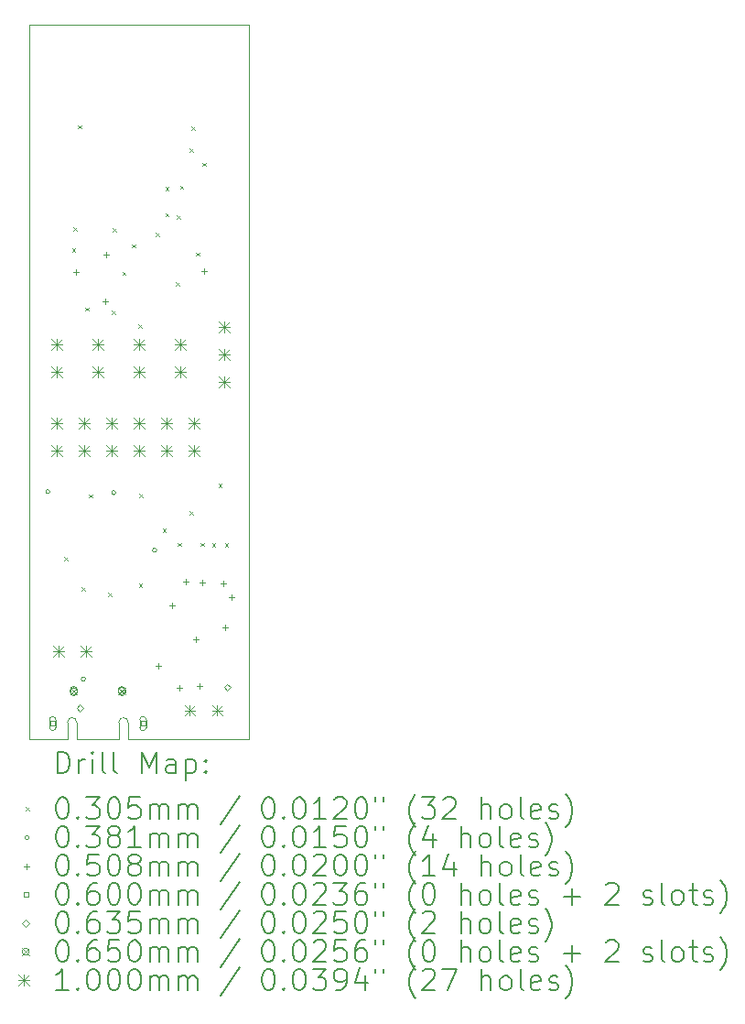
<source format=gbr>
%TF.GenerationSoftware,KiCad,Pcbnew,8.0.5*%
%TF.CreationDate,2024-10-24T23:20:34+02:00*%
%TF.ProjectId,iot-opentherm,696f742d-6f70-4656-9e74-6865726d2e6b,rev?*%
%TF.SameCoordinates,Original*%
%TF.FileFunction,Drillmap*%
%TF.FilePolarity,Positive*%
%FSLAX45Y45*%
G04 Gerber Fmt 4.5, Leading zero omitted, Abs format (unit mm)*
G04 Created by KiCad (PCBNEW 8.0.5) date 2024-10-24 23:20:34*
%MOMM*%
%LPD*%
G01*
G04 APERTURE LIST*
%ADD10C,0.101600*%
%ADD11C,0.100000*%
%ADD12C,0.200000*%
G04 APERTURE END LIST*
D10*
X12599840Y-11214320D02*
X12344400Y-11214100D01*
X12344400Y-4610100D02*
X14376400Y-4610100D01*
X14376400Y-11214100D02*
X13349840Y-11214320D01*
X14376400Y-4610100D02*
X14376400Y-11214100D01*
X12344400Y-11214100D02*
X12344400Y-4610100D01*
X12599840Y-11214320D02*
X12599840Y-11214320D01*
D11*
X12599840Y-11214320D02*
X12694840Y-11214320D01*
X12694840Y-11056820D02*
X12694840Y-11214320D01*
X12779840Y-11056820D02*
X12779840Y-11214320D01*
X12779840Y-11214320D02*
X13169840Y-11214320D01*
X13169840Y-11056820D02*
X13169840Y-11214320D01*
X13254840Y-11056820D02*
X13254840Y-11214320D01*
X13254840Y-11214320D02*
X13349840Y-11214320D01*
X12694840Y-11056820D02*
G75*
G02*
X12779840Y-11056820I42500J0D01*
G01*
X13169840Y-11056820D02*
G75*
G02*
X13254840Y-11056820I42500J0D01*
G01*
D12*
D11*
X12664440Y-9530080D02*
X12694920Y-9560560D01*
X12694920Y-9530080D02*
X12664440Y-9560560D01*
X12735920Y-6674760D02*
X12766400Y-6705240D01*
X12766400Y-6674760D02*
X12735920Y-6705240D01*
X12750800Y-6482080D02*
X12781280Y-6512560D01*
X12781280Y-6482080D02*
X12750800Y-6512560D01*
X12791440Y-5537200D02*
X12821920Y-5567680D01*
X12821920Y-5537200D02*
X12791440Y-5567680D01*
X12827000Y-9809480D02*
X12857480Y-9839960D01*
X12857480Y-9809480D02*
X12827000Y-9839960D01*
X12857480Y-7223760D02*
X12887960Y-7254240D01*
X12887960Y-7223760D02*
X12857480Y-7254240D01*
X12893040Y-8950960D02*
X12923520Y-8981440D01*
X12923520Y-8950960D02*
X12893040Y-8981440D01*
X13070840Y-9860280D02*
X13101320Y-9890760D01*
X13101320Y-9860280D02*
X13070840Y-9890760D01*
X13106400Y-7254240D02*
X13136880Y-7284720D01*
X13136880Y-7254240D02*
X13106400Y-7284720D01*
X13111480Y-6492240D02*
X13141960Y-6522720D01*
X13141960Y-6492240D02*
X13111480Y-6522720D01*
X13202920Y-6893560D02*
X13233400Y-6924040D01*
X13233400Y-6893560D02*
X13202920Y-6924040D01*
X13289280Y-6639560D02*
X13319760Y-6670040D01*
X13319760Y-6639560D02*
X13289280Y-6670040D01*
X13352780Y-7381240D02*
X13383260Y-7411720D01*
X13383260Y-7381240D02*
X13352780Y-7411720D01*
X13355320Y-9773920D02*
X13385800Y-9804400D01*
X13385800Y-9773920D02*
X13355320Y-9804400D01*
X13357860Y-8948420D02*
X13388340Y-8978900D01*
X13388340Y-8948420D02*
X13357860Y-8978900D01*
X13512800Y-6532880D02*
X13543280Y-6563360D01*
X13543280Y-6532880D02*
X13512800Y-6563360D01*
X13573760Y-9265920D02*
X13604240Y-9296400D01*
X13604240Y-9265920D02*
X13573760Y-9296400D01*
X13599160Y-6111240D02*
X13629640Y-6141720D01*
X13629640Y-6111240D02*
X13599160Y-6141720D01*
X13599160Y-6350000D02*
X13629640Y-6380480D01*
X13629640Y-6350000D02*
X13599160Y-6380480D01*
X13695680Y-6990080D02*
X13726160Y-7020560D01*
X13726160Y-6990080D02*
X13695680Y-7020560D01*
X13705840Y-6370320D02*
X13736320Y-6400800D01*
X13736320Y-6370320D02*
X13705840Y-6400800D01*
X13716000Y-9398000D02*
X13746480Y-9428480D01*
X13746480Y-9398000D02*
X13716000Y-9428480D01*
X13736320Y-6096000D02*
X13766800Y-6126480D01*
X13766800Y-6096000D02*
X13736320Y-6126480D01*
X13822680Y-5755640D02*
X13853160Y-5786120D01*
X13853160Y-5755640D02*
X13822680Y-5786120D01*
X13822680Y-9108440D02*
X13853160Y-9138920D01*
X13853160Y-9108440D02*
X13822680Y-9138920D01*
X13843000Y-5552440D02*
X13873480Y-5582920D01*
X13873480Y-5552440D02*
X13843000Y-5582920D01*
X13883640Y-6715760D02*
X13914120Y-6746240D01*
X13914120Y-6715760D02*
X13883640Y-6746240D01*
X13924280Y-9398000D02*
X13954760Y-9428480D01*
X13954760Y-9398000D02*
X13924280Y-9428480D01*
X13942060Y-5885180D02*
X13972540Y-5915660D01*
X13972540Y-5885180D02*
X13942060Y-5915660D01*
X14030960Y-9403080D02*
X14061440Y-9433560D01*
X14061440Y-9403080D02*
X14030960Y-9433560D01*
X14091920Y-8854440D02*
X14122400Y-8884920D01*
X14122400Y-8854440D02*
X14091920Y-8884920D01*
X14150340Y-9405620D02*
X14180820Y-9436100D01*
X14180820Y-9405620D02*
X14150340Y-9436100D01*
X12531090Y-8925560D02*
G75*
G02*
X12492990Y-8925560I-19050J0D01*
G01*
X12492990Y-8925560D02*
G75*
G02*
X12531090Y-8925560I19050J0D01*
G01*
X12861290Y-10657840D02*
G75*
G02*
X12823190Y-10657840I-19050J0D01*
G01*
X12823190Y-10657840D02*
G75*
G02*
X12861290Y-10657840I19050J0D01*
G01*
X13140690Y-8935720D02*
G75*
G02*
X13102590Y-8935720I-19050J0D01*
G01*
X13102590Y-8935720D02*
G75*
G02*
X13140690Y-8935720I19050J0D01*
G01*
X13519150Y-9466580D02*
G75*
G02*
X13481050Y-9466580I-19050J0D01*
G01*
X13481050Y-9466580D02*
G75*
G02*
X13519150Y-9466580I19050J0D01*
G01*
X12771120Y-6868160D02*
X12771120Y-6918960D01*
X12745720Y-6893560D02*
X12796520Y-6893560D01*
X13045440Y-7137400D02*
X13045440Y-7188200D01*
X13020040Y-7162800D02*
X13070840Y-7162800D01*
X13050520Y-6705600D02*
X13050520Y-6756400D01*
X13025120Y-6731000D02*
X13075920Y-6731000D01*
X13538200Y-10510520D02*
X13538200Y-10561320D01*
X13512800Y-10535920D02*
X13563600Y-10535920D01*
X13660120Y-9951720D02*
X13660120Y-10002520D01*
X13634720Y-9977120D02*
X13685520Y-9977120D01*
X13731240Y-10713720D02*
X13731240Y-10764520D01*
X13705840Y-10739120D02*
X13756640Y-10739120D01*
X13792200Y-9733280D02*
X13792200Y-9784080D01*
X13766800Y-9758680D02*
X13817600Y-9758680D01*
X13878560Y-10261600D02*
X13878560Y-10312400D01*
X13853160Y-10287000D02*
X13903960Y-10287000D01*
X13914120Y-10698480D02*
X13914120Y-10749280D01*
X13888720Y-10723880D02*
X13939520Y-10723880D01*
X13941200Y-9738360D02*
X13941200Y-9789160D01*
X13915800Y-9763760D02*
X13966600Y-9763760D01*
X13954760Y-6863080D02*
X13954760Y-6913880D01*
X13929360Y-6888480D02*
X13980160Y-6888480D01*
X14137640Y-9748520D02*
X14137640Y-9799320D01*
X14112240Y-9773920D02*
X14163040Y-9773920D01*
X14152880Y-10154920D02*
X14152880Y-10205720D01*
X14127480Y-10180320D02*
X14178280Y-10180320D01*
X14213840Y-9875520D02*
X14213840Y-9926320D01*
X14188440Y-9900920D02*
X14239240Y-9900920D01*
X12578553Y-11090533D02*
X12578553Y-11048107D01*
X12536127Y-11048107D01*
X12536127Y-11090533D01*
X12578553Y-11090533D01*
X12527340Y-11034320D02*
X12527340Y-11104320D01*
X12587340Y-11104320D02*
G75*
G02*
X12527340Y-11104320I-30000J0D01*
G01*
X12587340Y-11104320D02*
X12587340Y-11034320D01*
X12587340Y-11034320D02*
G75*
G03*
X12527340Y-11034320I-30000J0D01*
G01*
X13413553Y-11090533D02*
X13413553Y-11048107D01*
X13371127Y-11048107D01*
X13371127Y-11090533D01*
X13413553Y-11090533D01*
X13362340Y-11034320D02*
X13362340Y-11104320D01*
X13422340Y-11104320D02*
G75*
G02*
X13362340Y-11104320I-30000J0D01*
G01*
X13422340Y-11104320D02*
X13422340Y-11034320D01*
X13422340Y-11034320D02*
G75*
G03*
X13362340Y-11034320I-30000J0D01*
G01*
X12810805Y-10957022D02*
X12842555Y-10925272D01*
X12810805Y-10893522D01*
X12779055Y-10925272D01*
X12810805Y-10957022D01*
X14173200Y-10765790D02*
X14204950Y-10734040D01*
X14173200Y-10702290D01*
X14141450Y-10734040D01*
X14173200Y-10765790D01*
X12719840Y-10736820D02*
X12784840Y-10801820D01*
X12784840Y-10736820D02*
X12719840Y-10801820D01*
X12784840Y-10769320D02*
G75*
G02*
X12719840Y-10769320I-32500J0D01*
G01*
X12719840Y-10769320D02*
G75*
G02*
X12784840Y-10769320I32500J0D01*
G01*
X12719840Y-10759320D02*
X12719840Y-10779320D01*
X12784840Y-10779320D02*
G75*
G02*
X12719840Y-10779320I-32500J0D01*
G01*
X12784840Y-10779320D02*
X12784840Y-10759320D01*
X12784840Y-10759320D02*
G75*
G03*
X12719840Y-10759320I-32500J0D01*
G01*
X13164840Y-10736820D02*
X13229840Y-10801820D01*
X13229840Y-10736820D02*
X13164840Y-10801820D01*
X13229840Y-10769320D02*
G75*
G02*
X13164840Y-10769320I-32500J0D01*
G01*
X13164840Y-10769320D02*
G75*
G02*
X13229840Y-10769320I32500J0D01*
G01*
X13164840Y-10759320D02*
X13164840Y-10779320D01*
X13229840Y-10779320D02*
G75*
G02*
X13164840Y-10779320I-32500J0D01*
G01*
X13229840Y-10779320D02*
X13229840Y-10759320D01*
X13229840Y-10759320D02*
G75*
G03*
X13164840Y-10759320I-32500J0D01*
G01*
X12548400Y-7513620D02*
X12648400Y-7613620D01*
X12648400Y-7513620D02*
X12548400Y-7613620D01*
X12598400Y-7513620D02*
X12598400Y-7613620D01*
X12548400Y-7563620D02*
X12648400Y-7563620D01*
X12548400Y-7767620D02*
X12648400Y-7867620D01*
X12648400Y-7767620D02*
X12548400Y-7867620D01*
X12598400Y-7767620D02*
X12598400Y-7867620D01*
X12548400Y-7817620D02*
X12648400Y-7817620D01*
X12548400Y-8243100D02*
X12648400Y-8343100D01*
X12648400Y-8243100D02*
X12548400Y-8343100D01*
X12598400Y-8243100D02*
X12598400Y-8343100D01*
X12548400Y-8293100D02*
X12648400Y-8293100D01*
X12548400Y-8497100D02*
X12648400Y-8597100D01*
X12648400Y-8497100D02*
X12548400Y-8597100D01*
X12598400Y-8497100D02*
X12598400Y-8597100D01*
X12548400Y-8547100D02*
X12648400Y-8547100D01*
X12558560Y-10348760D02*
X12658560Y-10448760D01*
X12658560Y-10348760D02*
X12558560Y-10448760D01*
X12608560Y-10348760D02*
X12608560Y-10448760D01*
X12558560Y-10398760D02*
X12658560Y-10398760D01*
X12802400Y-8243100D02*
X12902400Y-8343100D01*
X12902400Y-8243100D02*
X12802400Y-8343100D01*
X12852400Y-8243100D02*
X12852400Y-8343100D01*
X12802400Y-8293100D02*
X12902400Y-8293100D01*
X12802400Y-8497100D02*
X12902400Y-8597100D01*
X12902400Y-8497100D02*
X12802400Y-8597100D01*
X12852400Y-8497100D02*
X12852400Y-8597100D01*
X12802400Y-8547100D02*
X12902400Y-8547100D01*
X12812560Y-10348760D02*
X12912560Y-10448760D01*
X12912560Y-10348760D02*
X12812560Y-10448760D01*
X12862560Y-10348760D02*
X12862560Y-10448760D01*
X12812560Y-10398760D02*
X12912560Y-10398760D01*
X12929400Y-7513620D02*
X13029400Y-7613620D01*
X13029400Y-7513620D02*
X12929400Y-7613620D01*
X12979400Y-7513620D02*
X12979400Y-7613620D01*
X12929400Y-7563620D02*
X13029400Y-7563620D01*
X12929400Y-7767620D02*
X13029400Y-7867620D01*
X13029400Y-7767620D02*
X12929400Y-7867620D01*
X12979400Y-7767620D02*
X12979400Y-7867620D01*
X12929400Y-7817620D02*
X13029400Y-7817620D01*
X13056400Y-8243100D02*
X13156400Y-8343100D01*
X13156400Y-8243100D02*
X13056400Y-8343100D01*
X13106400Y-8243100D02*
X13106400Y-8343100D01*
X13056400Y-8293100D02*
X13156400Y-8293100D01*
X13056400Y-8497100D02*
X13156400Y-8597100D01*
X13156400Y-8497100D02*
X13056400Y-8597100D01*
X13106400Y-8497100D02*
X13106400Y-8597100D01*
X13056400Y-8547100D02*
X13156400Y-8547100D01*
X13310400Y-7513620D02*
X13410400Y-7613620D01*
X13410400Y-7513620D02*
X13310400Y-7613620D01*
X13360400Y-7513620D02*
X13360400Y-7613620D01*
X13310400Y-7563620D02*
X13410400Y-7563620D01*
X13310400Y-7767620D02*
X13410400Y-7867620D01*
X13410400Y-7767620D02*
X13310400Y-7867620D01*
X13360400Y-7767620D02*
X13360400Y-7867620D01*
X13310400Y-7817620D02*
X13410400Y-7817620D01*
X13310400Y-8243100D02*
X13410400Y-8343100D01*
X13410400Y-8243100D02*
X13310400Y-8343100D01*
X13360400Y-8243100D02*
X13360400Y-8343100D01*
X13310400Y-8293100D02*
X13410400Y-8293100D01*
X13310400Y-8497100D02*
X13410400Y-8597100D01*
X13410400Y-8497100D02*
X13310400Y-8597100D01*
X13360400Y-8497100D02*
X13360400Y-8597100D01*
X13310400Y-8547100D02*
X13410400Y-8547100D01*
X13564400Y-8243100D02*
X13664400Y-8343100D01*
X13664400Y-8243100D02*
X13564400Y-8343100D01*
X13614400Y-8243100D02*
X13614400Y-8343100D01*
X13564400Y-8293100D02*
X13664400Y-8293100D01*
X13564400Y-8497100D02*
X13664400Y-8597100D01*
X13664400Y-8497100D02*
X13564400Y-8597100D01*
X13614400Y-8497100D02*
X13614400Y-8597100D01*
X13564400Y-8547100D02*
X13664400Y-8547100D01*
X13691400Y-7513620D02*
X13791400Y-7613620D01*
X13791400Y-7513620D02*
X13691400Y-7613620D01*
X13741400Y-7513620D02*
X13741400Y-7613620D01*
X13691400Y-7563620D02*
X13791400Y-7563620D01*
X13691400Y-7767620D02*
X13791400Y-7867620D01*
X13791400Y-7767620D02*
X13691400Y-7867620D01*
X13741400Y-7767620D02*
X13741400Y-7867620D01*
X13691400Y-7817620D02*
X13791400Y-7817620D01*
X13776400Y-10897400D02*
X13876400Y-10997400D01*
X13876400Y-10897400D02*
X13776400Y-10997400D01*
X13826400Y-10897400D02*
X13826400Y-10997400D01*
X13776400Y-10947400D02*
X13876400Y-10947400D01*
X13818400Y-8243100D02*
X13918400Y-8343100D01*
X13918400Y-8243100D02*
X13818400Y-8343100D01*
X13868400Y-8243100D02*
X13868400Y-8343100D01*
X13818400Y-8293100D02*
X13918400Y-8293100D01*
X13818400Y-8497100D02*
X13918400Y-8597100D01*
X13918400Y-8497100D02*
X13818400Y-8597100D01*
X13868400Y-8497100D02*
X13868400Y-8597100D01*
X13818400Y-8547100D02*
X13918400Y-8547100D01*
X14030400Y-10897400D02*
X14130400Y-10997400D01*
X14130400Y-10897400D02*
X14030400Y-10997400D01*
X14080400Y-10897400D02*
X14080400Y-10997400D01*
X14030400Y-10947400D02*
X14130400Y-10947400D01*
X14097800Y-7354100D02*
X14197800Y-7454100D01*
X14197800Y-7354100D02*
X14097800Y-7454100D01*
X14147800Y-7354100D02*
X14147800Y-7454100D01*
X14097800Y-7404100D02*
X14197800Y-7404100D01*
X14097800Y-7608100D02*
X14197800Y-7708100D01*
X14197800Y-7608100D02*
X14097800Y-7708100D01*
X14147800Y-7608100D02*
X14147800Y-7708100D01*
X14097800Y-7658100D02*
X14197800Y-7658100D01*
X14097800Y-7862100D02*
X14197800Y-7962100D01*
X14197800Y-7862100D02*
X14097800Y-7962100D01*
X14147800Y-7862100D02*
X14147800Y-7962100D01*
X14097800Y-7912100D02*
X14197800Y-7912100D01*
D12*
X12600097Y-11530884D02*
X12600097Y-11330884D01*
X12600097Y-11330884D02*
X12647716Y-11330884D01*
X12647716Y-11330884D02*
X12676287Y-11340408D01*
X12676287Y-11340408D02*
X12695335Y-11359455D01*
X12695335Y-11359455D02*
X12704859Y-11378503D01*
X12704859Y-11378503D02*
X12714382Y-11416598D01*
X12714382Y-11416598D02*
X12714382Y-11445169D01*
X12714382Y-11445169D02*
X12704859Y-11483265D01*
X12704859Y-11483265D02*
X12695335Y-11502312D01*
X12695335Y-11502312D02*
X12676287Y-11521360D01*
X12676287Y-11521360D02*
X12647716Y-11530884D01*
X12647716Y-11530884D02*
X12600097Y-11530884D01*
X12800097Y-11530884D02*
X12800097Y-11397550D01*
X12800097Y-11435646D02*
X12809621Y-11416598D01*
X12809621Y-11416598D02*
X12819144Y-11407074D01*
X12819144Y-11407074D02*
X12838192Y-11397550D01*
X12838192Y-11397550D02*
X12857240Y-11397550D01*
X12923906Y-11530884D02*
X12923906Y-11397550D01*
X12923906Y-11330884D02*
X12914382Y-11340408D01*
X12914382Y-11340408D02*
X12923906Y-11349931D01*
X12923906Y-11349931D02*
X12933430Y-11340408D01*
X12933430Y-11340408D02*
X12923906Y-11330884D01*
X12923906Y-11330884D02*
X12923906Y-11349931D01*
X13047716Y-11530884D02*
X13028668Y-11521360D01*
X13028668Y-11521360D02*
X13019144Y-11502312D01*
X13019144Y-11502312D02*
X13019144Y-11330884D01*
X13152478Y-11530884D02*
X13133430Y-11521360D01*
X13133430Y-11521360D02*
X13123906Y-11502312D01*
X13123906Y-11502312D02*
X13123906Y-11330884D01*
X13381049Y-11530884D02*
X13381049Y-11330884D01*
X13381049Y-11330884D02*
X13447716Y-11473741D01*
X13447716Y-11473741D02*
X13514382Y-11330884D01*
X13514382Y-11330884D02*
X13514382Y-11530884D01*
X13695335Y-11530884D02*
X13695335Y-11426122D01*
X13695335Y-11426122D02*
X13685811Y-11407074D01*
X13685811Y-11407074D02*
X13666763Y-11397550D01*
X13666763Y-11397550D02*
X13628668Y-11397550D01*
X13628668Y-11397550D02*
X13609621Y-11407074D01*
X13695335Y-11521360D02*
X13676287Y-11530884D01*
X13676287Y-11530884D02*
X13628668Y-11530884D01*
X13628668Y-11530884D02*
X13609621Y-11521360D01*
X13609621Y-11521360D02*
X13600097Y-11502312D01*
X13600097Y-11502312D02*
X13600097Y-11483265D01*
X13600097Y-11483265D02*
X13609621Y-11464217D01*
X13609621Y-11464217D02*
X13628668Y-11454693D01*
X13628668Y-11454693D02*
X13676287Y-11454693D01*
X13676287Y-11454693D02*
X13695335Y-11445169D01*
X13790573Y-11397550D02*
X13790573Y-11597550D01*
X13790573Y-11407074D02*
X13809621Y-11397550D01*
X13809621Y-11397550D02*
X13847716Y-11397550D01*
X13847716Y-11397550D02*
X13866763Y-11407074D01*
X13866763Y-11407074D02*
X13876287Y-11416598D01*
X13876287Y-11416598D02*
X13885811Y-11435646D01*
X13885811Y-11435646D02*
X13885811Y-11492788D01*
X13885811Y-11492788D02*
X13876287Y-11511836D01*
X13876287Y-11511836D02*
X13866763Y-11521360D01*
X13866763Y-11521360D02*
X13847716Y-11530884D01*
X13847716Y-11530884D02*
X13809621Y-11530884D01*
X13809621Y-11530884D02*
X13790573Y-11521360D01*
X13971525Y-11511836D02*
X13981049Y-11521360D01*
X13981049Y-11521360D02*
X13971525Y-11530884D01*
X13971525Y-11530884D02*
X13962002Y-11521360D01*
X13962002Y-11521360D02*
X13971525Y-11511836D01*
X13971525Y-11511836D02*
X13971525Y-11530884D01*
X13971525Y-11407074D02*
X13981049Y-11416598D01*
X13981049Y-11416598D02*
X13971525Y-11426122D01*
X13971525Y-11426122D02*
X13962002Y-11416598D01*
X13962002Y-11416598D02*
X13971525Y-11407074D01*
X13971525Y-11407074D02*
X13971525Y-11426122D01*
D11*
X12308840Y-11844160D02*
X12339320Y-11874640D01*
X12339320Y-11844160D02*
X12308840Y-11874640D01*
D12*
X12638192Y-11750884D02*
X12657240Y-11750884D01*
X12657240Y-11750884D02*
X12676287Y-11760408D01*
X12676287Y-11760408D02*
X12685811Y-11769931D01*
X12685811Y-11769931D02*
X12695335Y-11788979D01*
X12695335Y-11788979D02*
X12704859Y-11827074D01*
X12704859Y-11827074D02*
X12704859Y-11874693D01*
X12704859Y-11874693D02*
X12695335Y-11912788D01*
X12695335Y-11912788D02*
X12685811Y-11931836D01*
X12685811Y-11931836D02*
X12676287Y-11941360D01*
X12676287Y-11941360D02*
X12657240Y-11950884D01*
X12657240Y-11950884D02*
X12638192Y-11950884D01*
X12638192Y-11950884D02*
X12619144Y-11941360D01*
X12619144Y-11941360D02*
X12609621Y-11931836D01*
X12609621Y-11931836D02*
X12600097Y-11912788D01*
X12600097Y-11912788D02*
X12590573Y-11874693D01*
X12590573Y-11874693D02*
X12590573Y-11827074D01*
X12590573Y-11827074D02*
X12600097Y-11788979D01*
X12600097Y-11788979D02*
X12609621Y-11769931D01*
X12609621Y-11769931D02*
X12619144Y-11760408D01*
X12619144Y-11760408D02*
X12638192Y-11750884D01*
X12790573Y-11931836D02*
X12800097Y-11941360D01*
X12800097Y-11941360D02*
X12790573Y-11950884D01*
X12790573Y-11950884D02*
X12781049Y-11941360D01*
X12781049Y-11941360D02*
X12790573Y-11931836D01*
X12790573Y-11931836D02*
X12790573Y-11950884D01*
X12866763Y-11750884D02*
X12990573Y-11750884D01*
X12990573Y-11750884D02*
X12923906Y-11827074D01*
X12923906Y-11827074D02*
X12952478Y-11827074D01*
X12952478Y-11827074D02*
X12971525Y-11836598D01*
X12971525Y-11836598D02*
X12981049Y-11846122D01*
X12981049Y-11846122D02*
X12990573Y-11865169D01*
X12990573Y-11865169D02*
X12990573Y-11912788D01*
X12990573Y-11912788D02*
X12981049Y-11931836D01*
X12981049Y-11931836D02*
X12971525Y-11941360D01*
X12971525Y-11941360D02*
X12952478Y-11950884D01*
X12952478Y-11950884D02*
X12895335Y-11950884D01*
X12895335Y-11950884D02*
X12876287Y-11941360D01*
X12876287Y-11941360D02*
X12866763Y-11931836D01*
X13114382Y-11750884D02*
X13133430Y-11750884D01*
X13133430Y-11750884D02*
X13152478Y-11760408D01*
X13152478Y-11760408D02*
X13162002Y-11769931D01*
X13162002Y-11769931D02*
X13171525Y-11788979D01*
X13171525Y-11788979D02*
X13181049Y-11827074D01*
X13181049Y-11827074D02*
X13181049Y-11874693D01*
X13181049Y-11874693D02*
X13171525Y-11912788D01*
X13171525Y-11912788D02*
X13162002Y-11931836D01*
X13162002Y-11931836D02*
X13152478Y-11941360D01*
X13152478Y-11941360D02*
X13133430Y-11950884D01*
X13133430Y-11950884D02*
X13114382Y-11950884D01*
X13114382Y-11950884D02*
X13095335Y-11941360D01*
X13095335Y-11941360D02*
X13085811Y-11931836D01*
X13085811Y-11931836D02*
X13076287Y-11912788D01*
X13076287Y-11912788D02*
X13066763Y-11874693D01*
X13066763Y-11874693D02*
X13066763Y-11827074D01*
X13066763Y-11827074D02*
X13076287Y-11788979D01*
X13076287Y-11788979D02*
X13085811Y-11769931D01*
X13085811Y-11769931D02*
X13095335Y-11760408D01*
X13095335Y-11760408D02*
X13114382Y-11750884D01*
X13362002Y-11750884D02*
X13266763Y-11750884D01*
X13266763Y-11750884D02*
X13257240Y-11846122D01*
X13257240Y-11846122D02*
X13266763Y-11836598D01*
X13266763Y-11836598D02*
X13285811Y-11827074D01*
X13285811Y-11827074D02*
X13333430Y-11827074D01*
X13333430Y-11827074D02*
X13352478Y-11836598D01*
X13352478Y-11836598D02*
X13362002Y-11846122D01*
X13362002Y-11846122D02*
X13371525Y-11865169D01*
X13371525Y-11865169D02*
X13371525Y-11912788D01*
X13371525Y-11912788D02*
X13362002Y-11931836D01*
X13362002Y-11931836D02*
X13352478Y-11941360D01*
X13352478Y-11941360D02*
X13333430Y-11950884D01*
X13333430Y-11950884D02*
X13285811Y-11950884D01*
X13285811Y-11950884D02*
X13266763Y-11941360D01*
X13266763Y-11941360D02*
X13257240Y-11931836D01*
X13457240Y-11950884D02*
X13457240Y-11817550D01*
X13457240Y-11836598D02*
X13466763Y-11827074D01*
X13466763Y-11827074D02*
X13485811Y-11817550D01*
X13485811Y-11817550D02*
X13514383Y-11817550D01*
X13514383Y-11817550D02*
X13533430Y-11827074D01*
X13533430Y-11827074D02*
X13542954Y-11846122D01*
X13542954Y-11846122D02*
X13542954Y-11950884D01*
X13542954Y-11846122D02*
X13552478Y-11827074D01*
X13552478Y-11827074D02*
X13571525Y-11817550D01*
X13571525Y-11817550D02*
X13600097Y-11817550D01*
X13600097Y-11817550D02*
X13619144Y-11827074D01*
X13619144Y-11827074D02*
X13628668Y-11846122D01*
X13628668Y-11846122D02*
X13628668Y-11950884D01*
X13723906Y-11950884D02*
X13723906Y-11817550D01*
X13723906Y-11836598D02*
X13733430Y-11827074D01*
X13733430Y-11827074D02*
X13752478Y-11817550D01*
X13752478Y-11817550D02*
X13781049Y-11817550D01*
X13781049Y-11817550D02*
X13800097Y-11827074D01*
X13800097Y-11827074D02*
X13809621Y-11846122D01*
X13809621Y-11846122D02*
X13809621Y-11950884D01*
X13809621Y-11846122D02*
X13819144Y-11827074D01*
X13819144Y-11827074D02*
X13838192Y-11817550D01*
X13838192Y-11817550D02*
X13866763Y-11817550D01*
X13866763Y-11817550D02*
X13885811Y-11827074D01*
X13885811Y-11827074D02*
X13895335Y-11846122D01*
X13895335Y-11846122D02*
X13895335Y-11950884D01*
X14285811Y-11741360D02*
X14114383Y-11998503D01*
X14542954Y-11750884D02*
X14562002Y-11750884D01*
X14562002Y-11750884D02*
X14581049Y-11760408D01*
X14581049Y-11760408D02*
X14590573Y-11769931D01*
X14590573Y-11769931D02*
X14600097Y-11788979D01*
X14600097Y-11788979D02*
X14609621Y-11827074D01*
X14609621Y-11827074D02*
X14609621Y-11874693D01*
X14609621Y-11874693D02*
X14600097Y-11912788D01*
X14600097Y-11912788D02*
X14590573Y-11931836D01*
X14590573Y-11931836D02*
X14581049Y-11941360D01*
X14581049Y-11941360D02*
X14562002Y-11950884D01*
X14562002Y-11950884D02*
X14542954Y-11950884D01*
X14542954Y-11950884D02*
X14523906Y-11941360D01*
X14523906Y-11941360D02*
X14514383Y-11931836D01*
X14514383Y-11931836D02*
X14504859Y-11912788D01*
X14504859Y-11912788D02*
X14495335Y-11874693D01*
X14495335Y-11874693D02*
X14495335Y-11827074D01*
X14495335Y-11827074D02*
X14504859Y-11788979D01*
X14504859Y-11788979D02*
X14514383Y-11769931D01*
X14514383Y-11769931D02*
X14523906Y-11760408D01*
X14523906Y-11760408D02*
X14542954Y-11750884D01*
X14695335Y-11931836D02*
X14704859Y-11941360D01*
X14704859Y-11941360D02*
X14695335Y-11950884D01*
X14695335Y-11950884D02*
X14685811Y-11941360D01*
X14685811Y-11941360D02*
X14695335Y-11931836D01*
X14695335Y-11931836D02*
X14695335Y-11950884D01*
X14828668Y-11750884D02*
X14847716Y-11750884D01*
X14847716Y-11750884D02*
X14866764Y-11760408D01*
X14866764Y-11760408D02*
X14876287Y-11769931D01*
X14876287Y-11769931D02*
X14885811Y-11788979D01*
X14885811Y-11788979D02*
X14895335Y-11827074D01*
X14895335Y-11827074D02*
X14895335Y-11874693D01*
X14895335Y-11874693D02*
X14885811Y-11912788D01*
X14885811Y-11912788D02*
X14876287Y-11931836D01*
X14876287Y-11931836D02*
X14866764Y-11941360D01*
X14866764Y-11941360D02*
X14847716Y-11950884D01*
X14847716Y-11950884D02*
X14828668Y-11950884D01*
X14828668Y-11950884D02*
X14809621Y-11941360D01*
X14809621Y-11941360D02*
X14800097Y-11931836D01*
X14800097Y-11931836D02*
X14790573Y-11912788D01*
X14790573Y-11912788D02*
X14781049Y-11874693D01*
X14781049Y-11874693D02*
X14781049Y-11827074D01*
X14781049Y-11827074D02*
X14790573Y-11788979D01*
X14790573Y-11788979D02*
X14800097Y-11769931D01*
X14800097Y-11769931D02*
X14809621Y-11760408D01*
X14809621Y-11760408D02*
X14828668Y-11750884D01*
X15085811Y-11950884D02*
X14971526Y-11950884D01*
X15028668Y-11950884D02*
X15028668Y-11750884D01*
X15028668Y-11750884D02*
X15009621Y-11779455D01*
X15009621Y-11779455D02*
X14990573Y-11798503D01*
X14990573Y-11798503D02*
X14971526Y-11808027D01*
X15162002Y-11769931D02*
X15171526Y-11760408D01*
X15171526Y-11760408D02*
X15190573Y-11750884D01*
X15190573Y-11750884D02*
X15238192Y-11750884D01*
X15238192Y-11750884D02*
X15257240Y-11760408D01*
X15257240Y-11760408D02*
X15266764Y-11769931D01*
X15266764Y-11769931D02*
X15276287Y-11788979D01*
X15276287Y-11788979D02*
X15276287Y-11808027D01*
X15276287Y-11808027D02*
X15266764Y-11836598D01*
X15266764Y-11836598D02*
X15152478Y-11950884D01*
X15152478Y-11950884D02*
X15276287Y-11950884D01*
X15400097Y-11750884D02*
X15419145Y-11750884D01*
X15419145Y-11750884D02*
X15438192Y-11760408D01*
X15438192Y-11760408D02*
X15447716Y-11769931D01*
X15447716Y-11769931D02*
X15457240Y-11788979D01*
X15457240Y-11788979D02*
X15466764Y-11827074D01*
X15466764Y-11827074D02*
X15466764Y-11874693D01*
X15466764Y-11874693D02*
X15457240Y-11912788D01*
X15457240Y-11912788D02*
X15447716Y-11931836D01*
X15447716Y-11931836D02*
X15438192Y-11941360D01*
X15438192Y-11941360D02*
X15419145Y-11950884D01*
X15419145Y-11950884D02*
X15400097Y-11950884D01*
X15400097Y-11950884D02*
X15381049Y-11941360D01*
X15381049Y-11941360D02*
X15371526Y-11931836D01*
X15371526Y-11931836D02*
X15362002Y-11912788D01*
X15362002Y-11912788D02*
X15352478Y-11874693D01*
X15352478Y-11874693D02*
X15352478Y-11827074D01*
X15352478Y-11827074D02*
X15362002Y-11788979D01*
X15362002Y-11788979D02*
X15371526Y-11769931D01*
X15371526Y-11769931D02*
X15381049Y-11760408D01*
X15381049Y-11760408D02*
X15400097Y-11750884D01*
X15542954Y-11750884D02*
X15542954Y-11788979D01*
X15619145Y-11750884D02*
X15619145Y-11788979D01*
X15914383Y-12027074D02*
X15904859Y-12017550D01*
X15904859Y-12017550D02*
X15885811Y-11988979D01*
X15885811Y-11988979D02*
X15876288Y-11969931D01*
X15876288Y-11969931D02*
X15866764Y-11941360D01*
X15866764Y-11941360D02*
X15857240Y-11893741D01*
X15857240Y-11893741D02*
X15857240Y-11855646D01*
X15857240Y-11855646D02*
X15866764Y-11808027D01*
X15866764Y-11808027D02*
X15876288Y-11779455D01*
X15876288Y-11779455D02*
X15885811Y-11760408D01*
X15885811Y-11760408D02*
X15904859Y-11731836D01*
X15904859Y-11731836D02*
X15914383Y-11722312D01*
X15971526Y-11750884D02*
X16095335Y-11750884D01*
X16095335Y-11750884D02*
X16028668Y-11827074D01*
X16028668Y-11827074D02*
X16057240Y-11827074D01*
X16057240Y-11827074D02*
X16076288Y-11836598D01*
X16076288Y-11836598D02*
X16085811Y-11846122D01*
X16085811Y-11846122D02*
X16095335Y-11865169D01*
X16095335Y-11865169D02*
X16095335Y-11912788D01*
X16095335Y-11912788D02*
X16085811Y-11931836D01*
X16085811Y-11931836D02*
X16076288Y-11941360D01*
X16076288Y-11941360D02*
X16057240Y-11950884D01*
X16057240Y-11950884D02*
X16000097Y-11950884D01*
X16000097Y-11950884D02*
X15981049Y-11941360D01*
X15981049Y-11941360D02*
X15971526Y-11931836D01*
X16171526Y-11769931D02*
X16181049Y-11760408D01*
X16181049Y-11760408D02*
X16200097Y-11750884D01*
X16200097Y-11750884D02*
X16247716Y-11750884D01*
X16247716Y-11750884D02*
X16266764Y-11760408D01*
X16266764Y-11760408D02*
X16276288Y-11769931D01*
X16276288Y-11769931D02*
X16285811Y-11788979D01*
X16285811Y-11788979D02*
X16285811Y-11808027D01*
X16285811Y-11808027D02*
X16276288Y-11836598D01*
X16276288Y-11836598D02*
X16162002Y-11950884D01*
X16162002Y-11950884D02*
X16285811Y-11950884D01*
X16523907Y-11950884D02*
X16523907Y-11750884D01*
X16609621Y-11950884D02*
X16609621Y-11846122D01*
X16609621Y-11846122D02*
X16600097Y-11827074D01*
X16600097Y-11827074D02*
X16581050Y-11817550D01*
X16581050Y-11817550D02*
X16552478Y-11817550D01*
X16552478Y-11817550D02*
X16533430Y-11827074D01*
X16533430Y-11827074D02*
X16523907Y-11836598D01*
X16733430Y-11950884D02*
X16714383Y-11941360D01*
X16714383Y-11941360D02*
X16704859Y-11931836D01*
X16704859Y-11931836D02*
X16695335Y-11912788D01*
X16695335Y-11912788D02*
X16695335Y-11855646D01*
X16695335Y-11855646D02*
X16704859Y-11836598D01*
X16704859Y-11836598D02*
X16714383Y-11827074D01*
X16714383Y-11827074D02*
X16733430Y-11817550D01*
X16733430Y-11817550D02*
X16762002Y-11817550D01*
X16762002Y-11817550D02*
X16781050Y-11827074D01*
X16781050Y-11827074D02*
X16790573Y-11836598D01*
X16790573Y-11836598D02*
X16800097Y-11855646D01*
X16800097Y-11855646D02*
X16800097Y-11912788D01*
X16800097Y-11912788D02*
X16790573Y-11931836D01*
X16790573Y-11931836D02*
X16781050Y-11941360D01*
X16781050Y-11941360D02*
X16762002Y-11950884D01*
X16762002Y-11950884D02*
X16733430Y-11950884D01*
X16914383Y-11950884D02*
X16895335Y-11941360D01*
X16895335Y-11941360D02*
X16885812Y-11922312D01*
X16885812Y-11922312D02*
X16885812Y-11750884D01*
X17066764Y-11941360D02*
X17047716Y-11950884D01*
X17047716Y-11950884D02*
X17009621Y-11950884D01*
X17009621Y-11950884D02*
X16990573Y-11941360D01*
X16990573Y-11941360D02*
X16981050Y-11922312D01*
X16981050Y-11922312D02*
X16981050Y-11846122D01*
X16981050Y-11846122D02*
X16990573Y-11827074D01*
X16990573Y-11827074D02*
X17009621Y-11817550D01*
X17009621Y-11817550D02*
X17047716Y-11817550D01*
X17047716Y-11817550D02*
X17066764Y-11827074D01*
X17066764Y-11827074D02*
X17076288Y-11846122D01*
X17076288Y-11846122D02*
X17076288Y-11865169D01*
X17076288Y-11865169D02*
X16981050Y-11884217D01*
X17152478Y-11941360D02*
X17171526Y-11950884D01*
X17171526Y-11950884D02*
X17209621Y-11950884D01*
X17209621Y-11950884D02*
X17228669Y-11941360D01*
X17228669Y-11941360D02*
X17238193Y-11922312D01*
X17238193Y-11922312D02*
X17238193Y-11912788D01*
X17238193Y-11912788D02*
X17228669Y-11893741D01*
X17228669Y-11893741D02*
X17209621Y-11884217D01*
X17209621Y-11884217D02*
X17181050Y-11884217D01*
X17181050Y-11884217D02*
X17162002Y-11874693D01*
X17162002Y-11874693D02*
X17152478Y-11855646D01*
X17152478Y-11855646D02*
X17152478Y-11846122D01*
X17152478Y-11846122D02*
X17162002Y-11827074D01*
X17162002Y-11827074D02*
X17181050Y-11817550D01*
X17181050Y-11817550D02*
X17209621Y-11817550D01*
X17209621Y-11817550D02*
X17228669Y-11827074D01*
X17304859Y-12027074D02*
X17314383Y-12017550D01*
X17314383Y-12017550D02*
X17333431Y-11988979D01*
X17333431Y-11988979D02*
X17342954Y-11969931D01*
X17342954Y-11969931D02*
X17352478Y-11941360D01*
X17352478Y-11941360D02*
X17362002Y-11893741D01*
X17362002Y-11893741D02*
X17362002Y-11855646D01*
X17362002Y-11855646D02*
X17352478Y-11808027D01*
X17352478Y-11808027D02*
X17342954Y-11779455D01*
X17342954Y-11779455D02*
X17333431Y-11760408D01*
X17333431Y-11760408D02*
X17314383Y-11731836D01*
X17314383Y-11731836D02*
X17304859Y-11722312D01*
D11*
X12339320Y-12123400D02*
G75*
G02*
X12301220Y-12123400I-19050J0D01*
G01*
X12301220Y-12123400D02*
G75*
G02*
X12339320Y-12123400I19050J0D01*
G01*
D12*
X12638192Y-12014884D02*
X12657240Y-12014884D01*
X12657240Y-12014884D02*
X12676287Y-12024408D01*
X12676287Y-12024408D02*
X12685811Y-12033931D01*
X12685811Y-12033931D02*
X12695335Y-12052979D01*
X12695335Y-12052979D02*
X12704859Y-12091074D01*
X12704859Y-12091074D02*
X12704859Y-12138693D01*
X12704859Y-12138693D02*
X12695335Y-12176788D01*
X12695335Y-12176788D02*
X12685811Y-12195836D01*
X12685811Y-12195836D02*
X12676287Y-12205360D01*
X12676287Y-12205360D02*
X12657240Y-12214884D01*
X12657240Y-12214884D02*
X12638192Y-12214884D01*
X12638192Y-12214884D02*
X12619144Y-12205360D01*
X12619144Y-12205360D02*
X12609621Y-12195836D01*
X12609621Y-12195836D02*
X12600097Y-12176788D01*
X12600097Y-12176788D02*
X12590573Y-12138693D01*
X12590573Y-12138693D02*
X12590573Y-12091074D01*
X12590573Y-12091074D02*
X12600097Y-12052979D01*
X12600097Y-12052979D02*
X12609621Y-12033931D01*
X12609621Y-12033931D02*
X12619144Y-12024408D01*
X12619144Y-12024408D02*
X12638192Y-12014884D01*
X12790573Y-12195836D02*
X12800097Y-12205360D01*
X12800097Y-12205360D02*
X12790573Y-12214884D01*
X12790573Y-12214884D02*
X12781049Y-12205360D01*
X12781049Y-12205360D02*
X12790573Y-12195836D01*
X12790573Y-12195836D02*
X12790573Y-12214884D01*
X12866763Y-12014884D02*
X12990573Y-12014884D01*
X12990573Y-12014884D02*
X12923906Y-12091074D01*
X12923906Y-12091074D02*
X12952478Y-12091074D01*
X12952478Y-12091074D02*
X12971525Y-12100598D01*
X12971525Y-12100598D02*
X12981049Y-12110122D01*
X12981049Y-12110122D02*
X12990573Y-12129169D01*
X12990573Y-12129169D02*
X12990573Y-12176788D01*
X12990573Y-12176788D02*
X12981049Y-12195836D01*
X12981049Y-12195836D02*
X12971525Y-12205360D01*
X12971525Y-12205360D02*
X12952478Y-12214884D01*
X12952478Y-12214884D02*
X12895335Y-12214884D01*
X12895335Y-12214884D02*
X12876287Y-12205360D01*
X12876287Y-12205360D02*
X12866763Y-12195836D01*
X13104859Y-12100598D02*
X13085811Y-12091074D01*
X13085811Y-12091074D02*
X13076287Y-12081550D01*
X13076287Y-12081550D02*
X13066763Y-12062503D01*
X13066763Y-12062503D02*
X13066763Y-12052979D01*
X13066763Y-12052979D02*
X13076287Y-12033931D01*
X13076287Y-12033931D02*
X13085811Y-12024408D01*
X13085811Y-12024408D02*
X13104859Y-12014884D01*
X13104859Y-12014884D02*
X13142954Y-12014884D01*
X13142954Y-12014884D02*
X13162002Y-12024408D01*
X13162002Y-12024408D02*
X13171525Y-12033931D01*
X13171525Y-12033931D02*
X13181049Y-12052979D01*
X13181049Y-12052979D02*
X13181049Y-12062503D01*
X13181049Y-12062503D02*
X13171525Y-12081550D01*
X13171525Y-12081550D02*
X13162002Y-12091074D01*
X13162002Y-12091074D02*
X13142954Y-12100598D01*
X13142954Y-12100598D02*
X13104859Y-12100598D01*
X13104859Y-12100598D02*
X13085811Y-12110122D01*
X13085811Y-12110122D02*
X13076287Y-12119646D01*
X13076287Y-12119646D02*
X13066763Y-12138693D01*
X13066763Y-12138693D02*
X13066763Y-12176788D01*
X13066763Y-12176788D02*
X13076287Y-12195836D01*
X13076287Y-12195836D02*
X13085811Y-12205360D01*
X13085811Y-12205360D02*
X13104859Y-12214884D01*
X13104859Y-12214884D02*
X13142954Y-12214884D01*
X13142954Y-12214884D02*
X13162002Y-12205360D01*
X13162002Y-12205360D02*
X13171525Y-12195836D01*
X13171525Y-12195836D02*
X13181049Y-12176788D01*
X13181049Y-12176788D02*
X13181049Y-12138693D01*
X13181049Y-12138693D02*
X13171525Y-12119646D01*
X13171525Y-12119646D02*
X13162002Y-12110122D01*
X13162002Y-12110122D02*
X13142954Y-12100598D01*
X13371525Y-12214884D02*
X13257240Y-12214884D01*
X13314382Y-12214884D02*
X13314382Y-12014884D01*
X13314382Y-12014884D02*
X13295335Y-12043455D01*
X13295335Y-12043455D02*
X13276287Y-12062503D01*
X13276287Y-12062503D02*
X13257240Y-12072027D01*
X13457240Y-12214884D02*
X13457240Y-12081550D01*
X13457240Y-12100598D02*
X13466763Y-12091074D01*
X13466763Y-12091074D02*
X13485811Y-12081550D01*
X13485811Y-12081550D02*
X13514383Y-12081550D01*
X13514383Y-12081550D02*
X13533430Y-12091074D01*
X13533430Y-12091074D02*
X13542954Y-12110122D01*
X13542954Y-12110122D02*
X13542954Y-12214884D01*
X13542954Y-12110122D02*
X13552478Y-12091074D01*
X13552478Y-12091074D02*
X13571525Y-12081550D01*
X13571525Y-12081550D02*
X13600097Y-12081550D01*
X13600097Y-12081550D02*
X13619144Y-12091074D01*
X13619144Y-12091074D02*
X13628668Y-12110122D01*
X13628668Y-12110122D02*
X13628668Y-12214884D01*
X13723906Y-12214884D02*
X13723906Y-12081550D01*
X13723906Y-12100598D02*
X13733430Y-12091074D01*
X13733430Y-12091074D02*
X13752478Y-12081550D01*
X13752478Y-12081550D02*
X13781049Y-12081550D01*
X13781049Y-12081550D02*
X13800097Y-12091074D01*
X13800097Y-12091074D02*
X13809621Y-12110122D01*
X13809621Y-12110122D02*
X13809621Y-12214884D01*
X13809621Y-12110122D02*
X13819144Y-12091074D01*
X13819144Y-12091074D02*
X13838192Y-12081550D01*
X13838192Y-12081550D02*
X13866763Y-12081550D01*
X13866763Y-12081550D02*
X13885811Y-12091074D01*
X13885811Y-12091074D02*
X13895335Y-12110122D01*
X13895335Y-12110122D02*
X13895335Y-12214884D01*
X14285811Y-12005360D02*
X14114383Y-12262503D01*
X14542954Y-12014884D02*
X14562002Y-12014884D01*
X14562002Y-12014884D02*
X14581049Y-12024408D01*
X14581049Y-12024408D02*
X14590573Y-12033931D01*
X14590573Y-12033931D02*
X14600097Y-12052979D01*
X14600097Y-12052979D02*
X14609621Y-12091074D01*
X14609621Y-12091074D02*
X14609621Y-12138693D01*
X14609621Y-12138693D02*
X14600097Y-12176788D01*
X14600097Y-12176788D02*
X14590573Y-12195836D01*
X14590573Y-12195836D02*
X14581049Y-12205360D01*
X14581049Y-12205360D02*
X14562002Y-12214884D01*
X14562002Y-12214884D02*
X14542954Y-12214884D01*
X14542954Y-12214884D02*
X14523906Y-12205360D01*
X14523906Y-12205360D02*
X14514383Y-12195836D01*
X14514383Y-12195836D02*
X14504859Y-12176788D01*
X14504859Y-12176788D02*
X14495335Y-12138693D01*
X14495335Y-12138693D02*
X14495335Y-12091074D01*
X14495335Y-12091074D02*
X14504859Y-12052979D01*
X14504859Y-12052979D02*
X14514383Y-12033931D01*
X14514383Y-12033931D02*
X14523906Y-12024408D01*
X14523906Y-12024408D02*
X14542954Y-12014884D01*
X14695335Y-12195836D02*
X14704859Y-12205360D01*
X14704859Y-12205360D02*
X14695335Y-12214884D01*
X14695335Y-12214884D02*
X14685811Y-12205360D01*
X14685811Y-12205360D02*
X14695335Y-12195836D01*
X14695335Y-12195836D02*
X14695335Y-12214884D01*
X14828668Y-12014884D02*
X14847716Y-12014884D01*
X14847716Y-12014884D02*
X14866764Y-12024408D01*
X14866764Y-12024408D02*
X14876287Y-12033931D01*
X14876287Y-12033931D02*
X14885811Y-12052979D01*
X14885811Y-12052979D02*
X14895335Y-12091074D01*
X14895335Y-12091074D02*
X14895335Y-12138693D01*
X14895335Y-12138693D02*
X14885811Y-12176788D01*
X14885811Y-12176788D02*
X14876287Y-12195836D01*
X14876287Y-12195836D02*
X14866764Y-12205360D01*
X14866764Y-12205360D02*
X14847716Y-12214884D01*
X14847716Y-12214884D02*
X14828668Y-12214884D01*
X14828668Y-12214884D02*
X14809621Y-12205360D01*
X14809621Y-12205360D02*
X14800097Y-12195836D01*
X14800097Y-12195836D02*
X14790573Y-12176788D01*
X14790573Y-12176788D02*
X14781049Y-12138693D01*
X14781049Y-12138693D02*
X14781049Y-12091074D01*
X14781049Y-12091074D02*
X14790573Y-12052979D01*
X14790573Y-12052979D02*
X14800097Y-12033931D01*
X14800097Y-12033931D02*
X14809621Y-12024408D01*
X14809621Y-12024408D02*
X14828668Y-12014884D01*
X15085811Y-12214884D02*
X14971526Y-12214884D01*
X15028668Y-12214884D02*
X15028668Y-12014884D01*
X15028668Y-12014884D02*
X15009621Y-12043455D01*
X15009621Y-12043455D02*
X14990573Y-12062503D01*
X14990573Y-12062503D02*
X14971526Y-12072027D01*
X15266764Y-12014884D02*
X15171526Y-12014884D01*
X15171526Y-12014884D02*
X15162002Y-12110122D01*
X15162002Y-12110122D02*
X15171526Y-12100598D01*
X15171526Y-12100598D02*
X15190573Y-12091074D01*
X15190573Y-12091074D02*
X15238192Y-12091074D01*
X15238192Y-12091074D02*
X15257240Y-12100598D01*
X15257240Y-12100598D02*
X15266764Y-12110122D01*
X15266764Y-12110122D02*
X15276287Y-12129169D01*
X15276287Y-12129169D02*
X15276287Y-12176788D01*
X15276287Y-12176788D02*
X15266764Y-12195836D01*
X15266764Y-12195836D02*
X15257240Y-12205360D01*
X15257240Y-12205360D02*
X15238192Y-12214884D01*
X15238192Y-12214884D02*
X15190573Y-12214884D01*
X15190573Y-12214884D02*
X15171526Y-12205360D01*
X15171526Y-12205360D02*
X15162002Y-12195836D01*
X15400097Y-12014884D02*
X15419145Y-12014884D01*
X15419145Y-12014884D02*
X15438192Y-12024408D01*
X15438192Y-12024408D02*
X15447716Y-12033931D01*
X15447716Y-12033931D02*
X15457240Y-12052979D01*
X15457240Y-12052979D02*
X15466764Y-12091074D01*
X15466764Y-12091074D02*
X15466764Y-12138693D01*
X15466764Y-12138693D02*
X15457240Y-12176788D01*
X15457240Y-12176788D02*
X15447716Y-12195836D01*
X15447716Y-12195836D02*
X15438192Y-12205360D01*
X15438192Y-12205360D02*
X15419145Y-12214884D01*
X15419145Y-12214884D02*
X15400097Y-12214884D01*
X15400097Y-12214884D02*
X15381049Y-12205360D01*
X15381049Y-12205360D02*
X15371526Y-12195836D01*
X15371526Y-12195836D02*
X15362002Y-12176788D01*
X15362002Y-12176788D02*
X15352478Y-12138693D01*
X15352478Y-12138693D02*
X15352478Y-12091074D01*
X15352478Y-12091074D02*
X15362002Y-12052979D01*
X15362002Y-12052979D02*
X15371526Y-12033931D01*
X15371526Y-12033931D02*
X15381049Y-12024408D01*
X15381049Y-12024408D02*
X15400097Y-12014884D01*
X15542954Y-12014884D02*
X15542954Y-12052979D01*
X15619145Y-12014884D02*
X15619145Y-12052979D01*
X15914383Y-12291074D02*
X15904859Y-12281550D01*
X15904859Y-12281550D02*
X15885811Y-12252979D01*
X15885811Y-12252979D02*
X15876288Y-12233931D01*
X15876288Y-12233931D02*
X15866764Y-12205360D01*
X15866764Y-12205360D02*
X15857240Y-12157741D01*
X15857240Y-12157741D02*
X15857240Y-12119646D01*
X15857240Y-12119646D02*
X15866764Y-12072027D01*
X15866764Y-12072027D02*
X15876288Y-12043455D01*
X15876288Y-12043455D02*
X15885811Y-12024408D01*
X15885811Y-12024408D02*
X15904859Y-11995836D01*
X15904859Y-11995836D02*
X15914383Y-11986312D01*
X16076288Y-12081550D02*
X16076288Y-12214884D01*
X16028668Y-12005360D02*
X15981049Y-12148217D01*
X15981049Y-12148217D02*
X16104859Y-12148217D01*
X16333430Y-12214884D02*
X16333430Y-12014884D01*
X16419145Y-12214884D02*
X16419145Y-12110122D01*
X16419145Y-12110122D02*
X16409621Y-12091074D01*
X16409621Y-12091074D02*
X16390573Y-12081550D01*
X16390573Y-12081550D02*
X16362002Y-12081550D01*
X16362002Y-12081550D02*
X16342954Y-12091074D01*
X16342954Y-12091074D02*
X16333430Y-12100598D01*
X16542954Y-12214884D02*
X16523907Y-12205360D01*
X16523907Y-12205360D02*
X16514383Y-12195836D01*
X16514383Y-12195836D02*
X16504859Y-12176788D01*
X16504859Y-12176788D02*
X16504859Y-12119646D01*
X16504859Y-12119646D02*
X16514383Y-12100598D01*
X16514383Y-12100598D02*
X16523907Y-12091074D01*
X16523907Y-12091074D02*
X16542954Y-12081550D01*
X16542954Y-12081550D02*
X16571526Y-12081550D01*
X16571526Y-12081550D02*
X16590573Y-12091074D01*
X16590573Y-12091074D02*
X16600097Y-12100598D01*
X16600097Y-12100598D02*
X16609621Y-12119646D01*
X16609621Y-12119646D02*
X16609621Y-12176788D01*
X16609621Y-12176788D02*
X16600097Y-12195836D01*
X16600097Y-12195836D02*
X16590573Y-12205360D01*
X16590573Y-12205360D02*
X16571526Y-12214884D01*
X16571526Y-12214884D02*
X16542954Y-12214884D01*
X16723907Y-12214884D02*
X16704859Y-12205360D01*
X16704859Y-12205360D02*
X16695335Y-12186312D01*
X16695335Y-12186312D02*
X16695335Y-12014884D01*
X16876288Y-12205360D02*
X16857240Y-12214884D01*
X16857240Y-12214884D02*
X16819145Y-12214884D01*
X16819145Y-12214884D02*
X16800097Y-12205360D01*
X16800097Y-12205360D02*
X16790573Y-12186312D01*
X16790573Y-12186312D02*
X16790573Y-12110122D01*
X16790573Y-12110122D02*
X16800097Y-12091074D01*
X16800097Y-12091074D02*
X16819145Y-12081550D01*
X16819145Y-12081550D02*
X16857240Y-12081550D01*
X16857240Y-12081550D02*
X16876288Y-12091074D01*
X16876288Y-12091074D02*
X16885812Y-12110122D01*
X16885812Y-12110122D02*
X16885812Y-12129169D01*
X16885812Y-12129169D02*
X16790573Y-12148217D01*
X16962002Y-12205360D02*
X16981050Y-12214884D01*
X16981050Y-12214884D02*
X17019145Y-12214884D01*
X17019145Y-12214884D02*
X17038193Y-12205360D01*
X17038193Y-12205360D02*
X17047716Y-12186312D01*
X17047716Y-12186312D02*
X17047716Y-12176788D01*
X17047716Y-12176788D02*
X17038193Y-12157741D01*
X17038193Y-12157741D02*
X17019145Y-12148217D01*
X17019145Y-12148217D02*
X16990573Y-12148217D01*
X16990573Y-12148217D02*
X16971526Y-12138693D01*
X16971526Y-12138693D02*
X16962002Y-12119646D01*
X16962002Y-12119646D02*
X16962002Y-12110122D01*
X16962002Y-12110122D02*
X16971526Y-12091074D01*
X16971526Y-12091074D02*
X16990573Y-12081550D01*
X16990573Y-12081550D02*
X17019145Y-12081550D01*
X17019145Y-12081550D02*
X17038193Y-12091074D01*
X17114383Y-12291074D02*
X17123907Y-12281550D01*
X17123907Y-12281550D02*
X17142954Y-12252979D01*
X17142954Y-12252979D02*
X17152478Y-12233931D01*
X17152478Y-12233931D02*
X17162002Y-12205360D01*
X17162002Y-12205360D02*
X17171526Y-12157741D01*
X17171526Y-12157741D02*
X17171526Y-12119646D01*
X17171526Y-12119646D02*
X17162002Y-12072027D01*
X17162002Y-12072027D02*
X17152478Y-12043455D01*
X17152478Y-12043455D02*
X17142954Y-12024408D01*
X17142954Y-12024408D02*
X17123907Y-11995836D01*
X17123907Y-11995836D02*
X17114383Y-11986312D01*
D11*
X12313920Y-12362000D02*
X12313920Y-12412800D01*
X12288520Y-12387400D02*
X12339320Y-12387400D01*
D12*
X12638192Y-12278884D02*
X12657240Y-12278884D01*
X12657240Y-12278884D02*
X12676287Y-12288408D01*
X12676287Y-12288408D02*
X12685811Y-12297931D01*
X12685811Y-12297931D02*
X12695335Y-12316979D01*
X12695335Y-12316979D02*
X12704859Y-12355074D01*
X12704859Y-12355074D02*
X12704859Y-12402693D01*
X12704859Y-12402693D02*
X12695335Y-12440788D01*
X12695335Y-12440788D02*
X12685811Y-12459836D01*
X12685811Y-12459836D02*
X12676287Y-12469360D01*
X12676287Y-12469360D02*
X12657240Y-12478884D01*
X12657240Y-12478884D02*
X12638192Y-12478884D01*
X12638192Y-12478884D02*
X12619144Y-12469360D01*
X12619144Y-12469360D02*
X12609621Y-12459836D01*
X12609621Y-12459836D02*
X12600097Y-12440788D01*
X12600097Y-12440788D02*
X12590573Y-12402693D01*
X12590573Y-12402693D02*
X12590573Y-12355074D01*
X12590573Y-12355074D02*
X12600097Y-12316979D01*
X12600097Y-12316979D02*
X12609621Y-12297931D01*
X12609621Y-12297931D02*
X12619144Y-12288408D01*
X12619144Y-12288408D02*
X12638192Y-12278884D01*
X12790573Y-12459836D02*
X12800097Y-12469360D01*
X12800097Y-12469360D02*
X12790573Y-12478884D01*
X12790573Y-12478884D02*
X12781049Y-12469360D01*
X12781049Y-12469360D02*
X12790573Y-12459836D01*
X12790573Y-12459836D02*
X12790573Y-12478884D01*
X12981049Y-12278884D02*
X12885811Y-12278884D01*
X12885811Y-12278884D02*
X12876287Y-12374122D01*
X12876287Y-12374122D02*
X12885811Y-12364598D01*
X12885811Y-12364598D02*
X12904859Y-12355074D01*
X12904859Y-12355074D02*
X12952478Y-12355074D01*
X12952478Y-12355074D02*
X12971525Y-12364598D01*
X12971525Y-12364598D02*
X12981049Y-12374122D01*
X12981049Y-12374122D02*
X12990573Y-12393169D01*
X12990573Y-12393169D02*
X12990573Y-12440788D01*
X12990573Y-12440788D02*
X12981049Y-12459836D01*
X12981049Y-12459836D02*
X12971525Y-12469360D01*
X12971525Y-12469360D02*
X12952478Y-12478884D01*
X12952478Y-12478884D02*
X12904859Y-12478884D01*
X12904859Y-12478884D02*
X12885811Y-12469360D01*
X12885811Y-12469360D02*
X12876287Y-12459836D01*
X13114382Y-12278884D02*
X13133430Y-12278884D01*
X13133430Y-12278884D02*
X13152478Y-12288408D01*
X13152478Y-12288408D02*
X13162002Y-12297931D01*
X13162002Y-12297931D02*
X13171525Y-12316979D01*
X13171525Y-12316979D02*
X13181049Y-12355074D01*
X13181049Y-12355074D02*
X13181049Y-12402693D01*
X13181049Y-12402693D02*
X13171525Y-12440788D01*
X13171525Y-12440788D02*
X13162002Y-12459836D01*
X13162002Y-12459836D02*
X13152478Y-12469360D01*
X13152478Y-12469360D02*
X13133430Y-12478884D01*
X13133430Y-12478884D02*
X13114382Y-12478884D01*
X13114382Y-12478884D02*
X13095335Y-12469360D01*
X13095335Y-12469360D02*
X13085811Y-12459836D01*
X13085811Y-12459836D02*
X13076287Y-12440788D01*
X13076287Y-12440788D02*
X13066763Y-12402693D01*
X13066763Y-12402693D02*
X13066763Y-12355074D01*
X13066763Y-12355074D02*
X13076287Y-12316979D01*
X13076287Y-12316979D02*
X13085811Y-12297931D01*
X13085811Y-12297931D02*
X13095335Y-12288408D01*
X13095335Y-12288408D02*
X13114382Y-12278884D01*
X13295335Y-12364598D02*
X13276287Y-12355074D01*
X13276287Y-12355074D02*
X13266763Y-12345550D01*
X13266763Y-12345550D02*
X13257240Y-12326503D01*
X13257240Y-12326503D02*
X13257240Y-12316979D01*
X13257240Y-12316979D02*
X13266763Y-12297931D01*
X13266763Y-12297931D02*
X13276287Y-12288408D01*
X13276287Y-12288408D02*
X13295335Y-12278884D01*
X13295335Y-12278884D02*
X13333430Y-12278884D01*
X13333430Y-12278884D02*
X13352478Y-12288408D01*
X13352478Y-12288408D02*
X13362002Y-12297931D01*
X13362002Y-12297931D02*
X13371525Y-12316979D01*
X13371525Y-12316979D02*
X13371525Y-12326503D01*
X13371525Y-12326503D02*
X13362002Y-12345550D01*
X13362002Y-12345550D02*
X13352478Y-12355074D01*
X13352478Y-12355074D02*
X13333430Y-12364598D01*
X13333430Y-12364598D02*
X13295335Y-12364598D01*
X13295335Y-12364598D02*
X13276287Y-12374122D01*
X13276287Y-12374122D02*
X13266763Y-12383646D01*
X13266763Y-12383646D02*
X13257240Y-12402693D01*
X13257240Y-12402693D02*
X13257240Y-12440788D01*
X13257240Y-12440788D02*
X13266763Y-12459836D01*
X13266763Y-12459836D02*
X13276287Y-12469360D01*
X13276287Y-12469360D02*
X13295335Y-12478884D01*
X13295335Y-12478884D02*
X13333430Y-12478884D01*
X13333430Y-12478884D02*
X13352478Y-12469360D01*
X13352478Y-12469360D02*
X13362002Y-12459836D01*
X13362002Y-12459836D02*
X13371525Y-12440788D01*
X13371525Y-12440788D02*
X13371525Y-12402693D01*
X13371525Y-12402693D02*
X13362002Y-12383646D01*
X13362002Y-12383646D02*
X13352478Y-12374122D01*
X13352478Y-12374122D02*
X13333430Y-12364598D01*
X13457240Y-12478884D02*
X13457240Y-12345550D01*
X13457240Y-12364598D02*
X13466763Y-12355074D01*
X13466763Y-12355074D02*
X13485811Y-12345550D01*
X13485811Y-12345550D02*
X13514383Y-12345550D01*
X13514383Y-12345550D02*
X13533430Y-12355074D01*
X13533430Y-12355074D02*
X13542954Y-12374122D01*
X13542954Y-12374122D02*
X13542954Y-12478884D01*
X13542954Y-12374122D02*
X13552478Y-12355074D01*
X13552478Y-12355074D02*
X13571525Y-12345550D01*
X13571525Y-12345550D02*
X13600097Y-12345550D01*
X13600097Y-12345550D02*
X13619144Y-12355074D01*
X13619144Y-12355074D02*
X13628668Y-12374122D01*
X13628668Y-12374122D02*
X13628668Y-12478884D01*
X13723906Y-12478884D02*
X13723906Y-12345550D01*
X13723906Y-12364598D02*
X13733430Y-12355074D01*
X13733430Y-12355074D02*
X13752478Y-12345550D01*
X13752478Y-12345550D02*
X13781049Y-12345550D01*
X13781049Y-12345550D02*
X13800097Y-12355074D01*
X13800097Y-12355074D02*
X13809621Y-12374122D01*
X13809621Y-12374122D02*
X13809621Y-12478884D01*
X13809621Y-12374122D02*
X13819144Y-12355074D01*
X13819144Y-12355074D02*
X13838192Y-12345550D01*
X13838192Y-12345550D02*
X13866763Y-12345550D01*
X13866763Y-12345550D02*
X13885811Y-12355074D01*
X13885811Y-12355074D02*
X13895335Y-12374122D01*
X13895335Y-12374122D02*
X13895335Y-12478884D01*
X14285811Y-12269360D02*
X14114383Y-12526503D01*
X14542954Y-12278884D02*
X14562002Y-12278884D01*
X14562002Y-12278884D02*
X14581049Y-12288408D01*
X14581049Y-12288408D02*
X14590573Y-12297931D01*
X14590573Y-12297931D02*
X14600097Y-12316979D01*
X14600097Y-12316979D02*
X14609621Y-12355074D01*
X14609621Y-12355074D02*
X14609621Y-12402693D01*
X14609621Y-12402693D02*
X14600097Y-12440788D01*
X14600097Y-12440788D02*
X14590573Y-12459836D01*
X14590573Y-12459836D02*
X14581049Y-12469360D01*
X14581049Y-12469360D02*
X14562002Y-12478884D01*
X14562002Y-12478884D02*
X14542954Y-12478884D01*
X14542954Y-12478884D02*
X14523906Y-12469360D01*
X14523906Y-12469360D02*
X14514383Y-12459836D01*
X14514383Y-12459836D02*
X14504859Y-12440788D01*
X14504859Y-12440788D02*
X14495335Y-12402693D01*
X14495335Y-12402693D02*
X14495335Y-12355074D01*
X14495335Y-12355074D02*
X14504859Y-12316979D01*
X14504859Y-12316979D02*
X14514383Y-12297931D01*
X14514383Y-12297931D02*
X14523906Y-12288408D01*
X14523906Y-12288408D02*
X14542954Y-12278884D01*
X14695335Y-12459836D02*
X14704859Y-12469360D01*
X14704859Y-12469360D02*
X14695335Y-12478884D01*
X14695335Y-12478884D02*
X14685811Y-12469360D01*
X14685811Y-12469360D02*
X14695335Y-12459836D01*
X14695335Y-12459836D02*
X14695335Y-12478884D01*
X14828668Y-12278884D02*
X14847716Y-12278884D01*
X14847716Y-12278884D02*
X14866764Y-12288408D01*
X14866764Y-12288408D02*
X14876287Y-12297931D01*
X14876287Y-12297931D02*
X14885811Y-12316979D01*
X14885811Y-12316979D02*
X14895335Y-12355074D01*
X14895335Y-12355074D02*
X14895335Y-12402693D01*
X14895335Y-12402693D02*
X14885811Y-12440788D01*
X14885811Y-12440788D02*
X14876287Y-12459836D01*
X14876287Y-12459836D02*
X14866764Y-12469360D01*
X14866764Y-12469360D02*
X14847716Y-12478884D01*
X14847716Y-12478884D02*
X14828668Y-12478884D01*
X14828668Y-12478884D02*
X14809621Y-12469360D01*
X14809621Y-12469360D02*
X14800097Y-12459836D01*
X14800097Y-12459836D02*
X14790573Y-12440788D01*
X14790573Y-12440788D02*
X14781049Y-12402693D01*
X14781049Y-12402693D02*
X14781049Y-12355074D01*
X14781049Y-12355074D02*
X14790573Y-12316979D01*
X14790573Y-12316979D02*
X14800097Y-12297931D01*
X14800097Y-12297931D02*
X14809621Y-12288408D01*
X14809621Y-12288408D02*
X14828668Y-12278884D01*
X14971526Y-12297931D02*
X14981049Y-12288408D01*
X14981049Y-12288408D02*
X15000097Y-12278884D01*
X15000097Y-12278884D02*
X15047716Y-12278884D01*
X15047716Y-12278884D02*
X15066764Y-12288408D01*
X15066764Y-12288408D02*
X15076287Y-12297931D01*
X15076287Y-12297931D02*
X15085811Y-12316979D01*
X15085811Y-12316979D02*
X15085811Y-12336027D01*
X15085811Y-12336027D02*
X15076287Y-12364598D01*
X15076287Y-12364598D02*
X14962002Y-12478884D01*
X14962002Y-12478884D02*
X15085811Y-12478884D01*
X15209621Y-12278884D02*
X15228668Y-12278884D01*
X15228668Y-12278884D02*
X15247716Y-12288408D01*
X15247716Y-12288408D02*
X15257240Y-12297931D01*
X15257240Y-12297931D02*
X15266764Y-12316979D01*
X15266764Y-12316979D02*
X15276287Y-12355074D01*
X15276287Y-12355074D02*
X15276287Y-12402693D01*
X15276287Y-12402693D02*
X15266764Y-12440788D01*
X15266764Y-12440788D02*
X15257240Y-12459836D01*
X15257240Y-12459836D02*
X15247716Y-12469360D01*
X15247716Y-12469360D02*
X15228668Y-12478884D01*
X15228668Y-12478884D02*
X15209621Y-12478884D01*
X15209621Y-12478884D02*
X15190573Y-12469360D01*
X15190573Y-12469360D02*
X15181049Y-12459836D01*
X15181049Y-12459836D02*
X15171526Y-12440788D01*
X15171526Y-12440788D02*
X15162002Y-12402693D01*
X15162002Y-12402693D02*
X15162002Y-12355074D01*
X15162002Y-12355074D02*
X15171526Y-12316979D01*
X15171526Y-12316979D02*
X15181049Y-12297931D01*
X15181049Y-12297931D02*
X15190573Y-12288408D01*
X15190573Y-12288408D02*
X15209621Y-12278884D01*
X15400097Y-12278884D02*
X15419145Y-12278884D01*
X15419145Y-12278884D02*
X15438192Y-12288408D01*
X15438192Y-12288408D02*
X15447716Y-12297931D01*
X15447716Y-12297931D02*
X15457240Y-12316979D01*
X15457240Y-12316979D02*
X15466764Y-12355074D01*
X15466764Y-12355074D02*
X15466764Y-12402693D01*
X15466764Y-12402693D02*
X15457240Y-12440788D01*
X15457240Y-12440788D02*
X15447716Y-12459836D01*
X15447716Y-12459836D02*
X15438192Y-12469360D01*
X15438192Y-12469360D02*
X15419145Y-12478884D01*
X15419145Y-12478884D02*
X15400097Y-12478884D01*
X15400097Y-12478884D02*
X15381049Y-12469360D01*
X15381049Y-12469360D02*
X15371526Y-12459836D01*
X15371526Y-12459836D02*
X15362002Y-12440788D01*
X15362002Y-12440788D02*
X15352478Y-12402693D01*
X15352478Y-12402693D02*
X15352478Y-12355074D01*
X15352478Y-12355074D02*
X15362002Y-12316979D01*
X15362002Y-12316979D02*
X15371526Y-12297931D01*
X15371526Y-12297931D02*
X15381049Y-12288408D01*
X15381049Y-12288408D02*
X15400097Y-12278884D01*
X15542954Y-12278884D02*
X15542954Y-12316979D01*
X15619145Y-12278884D02*
X15619145Y-12316979D01*
X15914383Y-12555074D02*
X15904859Y-12545550D01*
X15904859Y-12545550D02*
X15885811Y-12516979D01*
X15885811Y-12516979D02*
X15876288Y-12497931D01*
X15876288Y-12497931D02*
X15866764Y-12469360D01*
X15866764Y-12469360D02*
X15857240Y-12421741D01*
X15857240Y-12421741D02*
X15857240Y-12383646D01*
X15857240Y-12383646D02*
X15866764Y-12336027D01*
X15866764Y-12336027D02*
X15876288Y-12307455D01*
X15876288Y-12307455D02*
X15885811Y-12288408D01*
X15885811Y-12288408D02*
X15904859Y-12259836D01*
X15904859Y-12259836D02*
X15914383Y-12250312D01*
X16095335Y-12478884D02*
X15981049Y-12478884D01*
X16038192Y-12478884D02*
X16038192Y-12278884D01*
X16038192Y-12278884D02*
X16019145Y-12307455D01*
X16019145Y-12307455D02*
X16000097Y-12326503D01*
X16000097Y-12326503D02*
X15981049Y-12336027D01*
X16266764Y-12345550D02*
X16266764Y-12478884D01*
X16219145Y-12269360D02*
X16171526Y-12412217D01*
X16171526Y-12412217D02*
X16295335Y-12412217D01*
X16523907Y-12478884D02*
X16523907Y-12278884D01*
X16609621Y-12478884D02*
X16609621Y-12374122D01*
X16609621Y-12374122D02*
X16600097Y-12355074D01*
X16600097Y-12355074D02*
X16581050Y-12345550D01*
X16581050Y-12345550D02*
X16552478Y-12345550D01*
X16552478Y-12345550D02*
X16533430Y-12355074D01*
X16533430Y-12355074D02*
X16523907Y-12364598D01*
X16733430Y-12478884D02*
X16714383Y-12469360D01*
X16714383Y-12469360D02*
X16704859Y-12459836D01*
X16704859Y-12459836D02*
X16695335Y-12440788D01*
X16695335Y-12440788D02*
X16695335Y-12383646D01*
X16695335Y-12383646D02*
X16704859Y-12364598D01*
X16704859Y-12364598D02*
X16714383Y-12355074D01*
X16714383Y-12355074D02*
X16733430Y-12345550D01*
X16733430Y-12345550D02*
X16762002Y-12345550D01*
X16762002Y-12345550D02*
X16781050Y-12355074D01*
X16781050Y-12355074D02*
X16790573Y-12364598D01*
X16790573Y-12364598D02*
X16800097Y-12383646D01*
X16800097Y-12383646D02*
X16800097Y-12440788D01*
X16800097Y-12440788D02*
X16790573Y-12459836D01*
X16790573Y-12459836D02*
X16781050Y-12469360D01*
X16781050Y-12469360D02*
X16762002Y-12478884D01*
X16762002Y-12478884D02*
X16733430Y-12478884D01*
X16914383Y-12478884D02*
X16895335Y-12469360D01*
X16895335Y-12469360D02*
X16885812Y-12450312D01*
X16885812Y-12450312D02*
X16885812Y-12278884D01*
X17066764Y-12469360D02*
X17047716Y-12478884D01*
X17047716Y-12478884D02*
X17009621Y-12478884D01*
X17009621Y-12478884D02*
X16990573Y-12469360D01*
X16990573Y-12469360D02*
X16981050Y-12450312D01*
X16981050Y-12450312D02*
X16981050Y-12374122D01*
X16981050Y-12374122D02*
X16990573Y-12355074D01*
X16990573Y-12355074D02*
X17009621Y-12345550D01*
X17009621Y-12345550D02*
X17047716Y-12345550D01*
X17047716Y-12345550D02*
X17066764Y-12355074D01*
X17066764Y-12355074D02*
X17076288Y-12374122D01*
X17076288Y-12374122D02*
X17076288Y-12393169D01*
X17076288Y-12393169D02*
X16981050Y-12412217D01*
X17152478Y-12469360D02*
X17171526Y-12478884D01*
X17171526Y-12478884D02*
X17209621Y-12478884D01*
X17209621Y-12478884D02*
X17228669Y-12469360D01*
X17228669Y-12469360D02*
X17238193Y-12450312D01*
X17238193Y-12450312D02*
X17238193Y-12440788D01*
X17238193Y-12440788D02*
X17228669Y-12421741D01*
X17228669Y-12421741D02*
X17209621Y-12412217D01*
X17209621Y-12412217D02*
X17181050Y-12412217D01*
X17181050Y-12412217D02*
X17162002Y-12402693D01*
X17162002Y-12402693D02*
X17152478Y-12383646D01*
X17152478Y-12383646D02*
X17152478Y-12374122D01*
X17152478Y-12374122D02*
X17162002Y-12355074D01*
X17162002Y-12355074D02*
X17181050Y-12345550D01*
X17181050Y-12345550D02*
X17209621Y-12345550D01*
X17209621Y-12345550D02*
X17228669Y-12355074D01*
X17304859Y-12555074D02*
X17314383Y-12545550D01*
X17314383Y-12545550D02*
X17333431Y-12516979D01*
X17333431Y-12516979D02*
X17342954Y-12497931D01*
X17342954Y-12497931D02*
X17352478Y-12469360D01*
X17352478Y-12469360D02*
X17362002Y-12421741D01*
X17362002Y-12421741D02*
X17362002Y-12383646D01*
X17362002Y-12383646D02*
X17352478Y-12336027D01*
X17352478Y-12336027D02*
X17342954Y-12307455D01*
X17342954Y-12307455D02*
X17333431Y-12288408D01*
X17333431Y-12288408D02*
X17314383Y-12259836D01*
X17314383Y-12259836D02*
X17304859Y-12250312D01*
D11*
X12330533Y-12672613D02*
X12330533Y-12630187D01*
X12288107Y-12630187D01*
X12288107Y-12672613D01*
X12330533Y-12672613D01*
D12*
X12638192Y-12542884D02*
X12657240Y-12542884D01*
X12657240Y-12542884D02*
X12676287Y-12552408D01*
X12676287Y-12552408D02*
X12685811Y-12561931D01*
X12685811Y-12561931D02*
X12695335Y-12580979D01*
X12695335Y-12580979D02*
X12704859Y-12619074D01*
X12704859Y-12619074D02*
X12704859Y-12666693D01*
X12704859Y-12666693D02*
X12695335Y-12704788D01*
X12695335Y-12704788D02*
X12685811Y-12723836D01*
X12685811Y-12723836D02*
X12676287Y-12733360D01*
X12676287Y-12733360D02*
X12657240Y-12742884D01*
X12657240Y-12742884D02*
X12638192Y-12742884D01*
X12638192Y-12742884D02*
X12619144Y-12733360D01*
X12619144Y-12733360D02*
X12609621Y-12723836D01*
X12609621Y-12723836D02*
X12600097Y-12704788D01*
X12600097Y-12704788D02*
X12590573Y-12666693D01*
X12590573Y-12666693D02*
X12590573Y-12619074D01*
X12590573Y-12619074D02*
X12600097Y-12580979D01*
X12600097Y-12580979D02*
X12609621Y-12561931D01*
X12609621Y-12561931D02*
X12619144Y-12552408D01*
X12619144Y-12552408D02*
X12638192Y-12542884D01*
X12790573Y-12723836D02*
X12800097Y-12733360D01*
X12800097Y-12733360D02*
X12790573Y-12742884D01*
X12790573Y-12742884D02*
X12781049Y-12733360D01*
X12781049Y-12733360D02*
X12790573Y-12723836D01*
X12790573Y-12723836D02*
X12790573Y-12742884D01*
X12971525Y-12542884D02*
X12933430Y-12542884D01*
X12933430Y-12542884D02*
X12914382Y-12552408D01*
X12914382Y-12552408D02*
X12904859Y-12561931D01*
X12904859Y-12561931D02*
X12885811Y-12590503D01*
X12885811Y-12590503D02*
X12876287Y-12628598D01*
X12876287Y-12628598D02*
X12876287Y-12704788D01*
X12876287Y-12704788D02*
X12885811Y-12723836D01*
X12885811Y-12723836D02*
X12895335Y-12733360D01*
X12895335Y-12733360D02*
X12914382Y-12742884D01*
X12914382Y-12742884D02*
X12952478Y-12742884D01*
X12952478Y-12742884D02*
X12971525Y-12733360D01*
X12971525Y-12733360D02*
X12981049Y-12723836D01*
X12981049Y-12723836D02*
X12990573Y-12704788D01*
X12990573Y-12704788D02*
X12990573Y-12657169D01*
X12990573Y-12657169D02*
X12981049Y-12638122D01*
X12981049Y-12638122D02*
X12971525Y-12628598D01*
X12971525Y-12628598D02*
X12952478Y-12619074D01*
X12952478Y-12619074D02*
X12914382Y-12619074D01*
X12914382Y-12619074D02*
X12895335Y-12628598D01*
X12895335Y-12628598D02*
X12885811Y-12638122D01*
X12885811Y-12638122D02*
X12876287Y-12657169D01*
X13114382Y-12542884D02*
X13133430Y-12542884D01*
X13133430Y-12542884D02*
X13152478Y-12552408D01*
X13152478Y-12552408D02*
X13162002Y-12561931D01*
X13162002Y-12561931D02*
X13171525Y-12580979D01*
X13171525Y-12580979D02*
X13181049Y-12619074D01*
X13181049Y-12619074D02*
X13181049Y-12666693D01*
X13181049Y-12666693D02*
X13171525Y-12704788D01*
X13171525Y-12704788D02*
X13162002Y-12723836D01*
X13162002Y-12723836D02*
X13152478Y-12733360D01*
X13152478Y-12733360D02*
X13133430Y-12742884D01*
X13133430Y-12742884D02*
X13114382Y-12742884D01*
X13114382Y-12742884D02*
X13095335Y-12733360D01*
X13095335Y-12733360D02*
X13085811Y-12723836D01*
X13085811Y-12723836D02*
X13076287Y-12704788D01*
X13076287Y-12704788D02*
X13066763Y-12666693D01*
X13066763Y-12666693D02*
X13066763Y-12619074D01*
X13066763Y-12619074D02*
X13076287Y-12580979D01*
X13076287Y-12580979D02*
X13085811Y-12561931D01*
X13085811Y-12561931D02*
X13095335Y-12552408D01*
X13095335Y-12552408D02*
X13114382Y-12542884D01*
X13304859Y-12542884D02*
X13323906Y-12542884D01*
X13323906Y-12542884D02*
X13342954Y-12552408D01*
X13342954Y-12552408D02*
X13352478Y-12561931D01*
X13352478Y-12561931D02*
X13362002Y-12580979D01*
X13362002Y-12580979D02*
X13371525Y-12619074D01*
X13371525Y-12619074D02*
X13371525Y-12666693D01*
X13371525Y-12666693D02*
X13362002Y-12704788D01*
X13362002Y-12704788D02*
X13352478Y-12723836D01*
X13352478Y-12723836D02*
X13342954Y-12733360D01*
X13342954Y-12733360D02*
X13323906Y-12742884D01*
X13323906Y-12742884D02*
X13304859Y-12742884D01*
X13304859Y-12742884D02*
X13285811Y-12733360D01*
X13285811Y-12733360D02*
X13276287Y-12723836D01*
X13276287Y-12723836D02*
X13266763Y-12704788D01*
X13266763Y-12704788D02*
X13257240Y-12666693D01*
X13257240Y-12666693D02*
X13257240Y-12619074D01*
X13257240Y-12619074D02*
X13266763Y-12580979D01*
X13266763Y-12580979D02*
X13276287Y-12561931D01*
X13276287Y-12561931D02*
X13285811Y-12552408D01*
X13285811Y-12552408D02*
X13304859Y-12542884D01*
X13457240Y-12742884D02*
X13457240Y-12609550D01*
X13457240Y-12628598D02*
X13466763Y-12619074D01*
X13466763Y-12619074D02*
X13485811Y-12609550D01*
X13485811Y-12609550D02*
X13514383Y-12609550D01*
X13514383Y-12609550D02*
X13533430Y-12619074D01*
X13533430Y-12619074D02*
X13542954Y-12638122D01*
X13542954Y-12638122D02*
X13542954Y-12742884D01*
X13542954Y-12638122D02*
X13552478Y-12619074D01*
X13552478Y-12619074D02*
X13571525Y-12609550D01*
X13571525Y-12609550D02*
X13600097Y-12609550D01*
X13600097Y-12609550D02*
X13619144Y-12619074D01*
X13619144Y-12619074D02*
X13628668Y-12638122D01*
X13628668Y-12638122D02*
X13628668Y-12742884D01*
X13723906Y-12742884D02*
X13723906Y-12609550D01*
X13723906Y-12628598D02*
X13733430Y-12619074D01*
X13733430Y-12619074D02*
X13752478Y-12609550D01*
X13752478Y-12609550D02*
X13781049Y-12609550D01*
X13781049Y-12609550D02*
X13800097Y-12619074D01*
X13800097Y-12619074D02*
X13809621Y-12638122D01*
X13809621Y-12638122D02*
X13809621Y-12742884D01*
X13809621Y-12638122D02*
X13819144Y-12619074D01*
X13819144Y-12619074D02*
X13838192Y-12609550D01*
X13838192Y-12609550D02*
X13866763Y-12609550D01*
X13866763Y-12609550D02*
X13885811Y-12619074D01*
X13885811Y-12619074D02*
X13895335Y-12638122D01*
X13895335Y-12638122D02*
X13895335Y-12742884D01*
X14285811Y-12533360D02*
X14114383Y-12790503D01*
X14542954Y-12542884D02*
X14562002Y-12542884D01*
X14562002Y-12542884D02*
X14581049Y-12552408D01*
X14581049Y-12552408D02*
X14590573Y-12561931D01*
X14590573Y-12561931D02*
X14600097Y-12580979D01*
X14600097Y-12580979D02*
X14609621Y-12619074D01*
X14609621Y-12619074D02*
X14609621Y-12666693D01*
X14609621Y-12666693D02*
X14600097Y-12704788D01*
X14600097Y-12704788D02*
X14590573Y-12723836D01*
X14590573Y-12723836D02*
X14581049Y-12733360D01*
X14581049Y-12733360D02*
X14562002Y-12742884D01*
X14562002Y-12742884D02*
X14542954Y-12742884D01*
X14542954Y-12742884D02*
X14523906Y-12733360D01*
X14523906Y-12733360D02*
X14514383Y-12723836D01*
X14514383Y-12723836D02*
X14504859Y-12704788D01*
X14504859Y-12704788D02*
X14495335Y-12666693D01*
X14495335Y-12666693D02*
X14495335Y-12619074D01*
X14495335Y-12619074D02*
X14504859Y-12580979D01*
X14504859Y-12580979D02*
X14514383Y-12561931D01*
X14514383Y-12561931D02*
X14523906Y-12552408D01*
X14523906Y-12552408D02*
X14542954Y-12542884D01*
X14695335Y-12723836D02*
X14704859Y-12733360D01*
X14704859Y-12733360D02*
X14695335Y-12742884D01*
X14695335Y-12742884D02*
X14685811Y-12733360D01*
X14685811Y-12733360D02*
X14695335Y-12723836D01*
X14695335Y-12723836D02*
X14695335Y-12742884D01*
X14828668Y-12542884D02*
X14847716Y-12542884D01*
X14847716Y-12542884D02*
X14866764Y-12552408D01*
X14866764Y-12552408D02*
X14876287Y-12561931D01*
X14876287Y-12561931D02*
X14885811Y-12580979D01*
X14885811Y-12580979D02*
X14895335Y-12619074D01*
X14895335Y-12619074D02*
X14895335Y-12666693D01*
X14895335Y-12666693D02*
X14885811Y-12704788D01*
X14885811Y-12704788D02*
X14876287Y-12723836D01*
X14876287Y-12723836D02*
X14866764Y-12733360D01*
X14866764Y-12733360D02*
X14847716Y-12742884D01*
X14847716Y-12742884D02*
X14828668Y-12742884D01*
X14828668Y-12742884D02*
X14809621Y-12733360D01*
X14809621Y-12733360D02*
X14800097Y-12723836D01*
X14800097Y-12723836D02*
X14790573Y-12704788D01*
X14790573Y-12704788D02*
X14781049Y-12666693D01*
X14781049Y-12666693D02*
X14781049Y-12619074D01*
X14781049Y-12619074D02*
X14790573Y-12580979D01*
X14790573Y-12580979D02*
X14800097Y-12561931D01*
X14800097Y-12561931D02*
X14809621Y-12552408D01*
X14809621Y-12552408D02*
X14828668Y-12542884D01*
X14971526Y-12561931D02*
X14981049Y-12552408D01*
X14981049Y-12552408D02*
X15000097Y-12542884D01*
X15000097Y-12542884D02*
X15047716Y-12542884D01*
X15047716Y-12542884D02*
X15066764Y-12552408D01*
X15066764Y-12552408D02*
X15076287Y-12561931D01*
X15076287Y-12561931D02*
X15085811Y-12580979D01*
X15085811Y-12580979D02*
X15085811Y-12600027D01*
X15085811Y-12600027D02*
X15076287Y-12628598D01*
X15076287Y-12628598D02*
X14962002Y-12742884D01*
X14962002Y-12742884D02*
X15085811Y-12742884D01*
X15152478Y-12542884D02*
X15276287Y-12542884D01*
X15276287Y-12542884D02*
X15209621Y-12619074D01*
X15209621Y-12619074D02*
X15238192Y-12619074D01*
X15238192Y-12619074D02*
X15257240Y-12628598D01*
X15257240Y-12628598D02*
X15266764Y-12638122D01*
X15266764Y-12638122D02*
X15276287Y-12657169D01*
X15276287Y-12657169D02*
X15276287Y-12704788D01*
X15276287Y-12704788D02*
X15266764Y-12723836D01*
X15266764Y-12723836D02*
X15257240Y-12733360D01*
X15257240Y-12733360D02*
X15238192Y-12742884D01*
X15238192Y-12742884D02*
X15181049Y-12742884D01*
X15181049Y-12742884D02*
X15162002Y-12733360D01*
X15162002Y-12733360D02*
X15152478Y-12723836D01*
X15447716Y-12542884D02*
X15409621Y-12542884D01*
X15409621Y-12542884D02*
X15390573Y-12552408D01*
X15390573Y-12552408D02*
X15381049Y-12561931D01*
X15381049Y-12561931D02*
X15362002Y-12590503D01*
X15362002Y-12590503D02*
X15352478Y-12628598D01*
X15352478Y-12628598D02*
X15352478Y-12704788D01*
X15352478Y-12704788D02*
X15362002Y-12723836D01*
X15362002Y-12723836D02*
X15371526Y-12733360D01*
X15371526Y-12733360D02*
X15390573Y-12742884D01*
X15390573Y-12742884D02*
X15428668Y-12742884D01*
X15428668Y-12742884D02*
X15447716Y-12733360D01*
X15447716Y-12733360D02*
X15457240Y-12723836D01*
X15457240Y-12723836D02*
X15466764Y-12704788D01*
X15466764Y-12704788D02*
X15466764Y-12657169D01*
X15466764Y-12657169D02*
X15457240Y-12638122D01*
X15457240Y-12638122D02*
X15447716Y-12628598D01*
X15447716Y-12628598D02*
X15428668Y-12619074D01*
X15428668Y-12619074D02*
X15390573Y-12619074D01*
X15390573Y-12619074D02*
X15371526Y-12628598D01*
X15371526Y-12628598D02*
X15362002Y-12638122D01*
X15362002Y-12638122D02*
X15352478Y-12657169D01*
X15542954Y-12542884D02*
X15542954Y-12580979D01*
X15619145Y-12542884D02*
X15619145Y-12580979D01*
X15914383Y-12819074D02*
X15904859Y-12809550D01*
X15904859Y-12809550D02*
X15885811Y-12780979D01*
X15885811Y-12780979D02*
X15876288Y-12761931D01*
X15876288Y-12761931D02*
X15866764Y-12733360D01*
X15866764Y-12733360D02*
X15857240Y-12685741D01*
X15857240Y-12685741D02*
X15857240Y-12647646D01*
X15857240Y-12647646D02*
X15866764Y-12600027D01*
X15866764Y-12600027D02*
X15876288Y-12571455D01*
X15876288Y-12571455D02*
X15885811Y-12552408D01*
X15885811Y-12552408D02*
X15904859Y-12523836D01*
X15904859Y-12523836D02*
X15914383Y-12514312D01*
X16028668Y-12542884D02*
X16047716Y-12542884D01*
X16047716Y-12542884D02*
X16066764Y-12552408D01*
X16066764Y-12552408D02*
X16076288Y-12561931D01*
X16076288Y-12561931D02*
X16085811Y-12580979D01*
X16085811Y-12580979D02*
X16095335Y-12619074D01*
X16095335Y-12619074D02*
X16095335Y-12666693D01*
X16095335Y-12666693D02*
X16085811Y-12704788D01*
X16085811Y-12704788D02*
X16076288Y-12723836D01*
X16076288Y-12723836D02*
X16066764Y-12733360D01*
X16066764Y-12733360D02*
X16047716Y-12742884D01*
X16047716Y-12742884D02*
X16028668Y-12742884D01*
X16028668Y-12742884D02*
X16009621Y-12733360D01*
X16009621Y-12733360D02*
X16000097Y-12723836D01*
X16000097Y-12723836D02*
X15990573Y-12704788D01*
X15990573Y-12704788D02*
X15981049Y-12666693D01*
X15981049Y-12666693D02*
X15981049Y-12619074D01*
X15981049Y-12619074D02*
X15990573Y-12580979D01*
X15990573Y-12580979D02*
X16000097Y-12561931D01*
X16000097Y-12561931D02*
X16009621Y-12552408D01*
X16009621Y-12552408D02*
X16028668Y-12542884D01*
X16333430Y-12742884D02*
X16333430Y-12542884D01*
X16419145Y-12742884D02*
X16419145Y-12638122D01*
X16419145Y-12638122D02*
X16409621Y-12619074D01*
X16409621Y-12619074D02*
X16390573Y-12609550D01*
X16390573Y-12609550D02*
X16362002Y-12609550D01*
X16362002Y-12609550D02*
X16342954Y-12619074D01*
X16342954Y-12619074D02*
X16333430Y-12628598D01*
X16542954Y-12742884D02*
X16523907Y-12733360D01*
X16523907Y-12733360D02*
X16514383Y-12723836D01*
X16514383Y-12723836D02*
X16504859Y-12704788D01*
X16504859Y-12704788D02*
X16504859Y-12647646D01*
X16504859Y-12647646D02*
X16514383Y-12628598D01*
X16514383Y-12628598D02*
X16523907Y-12619074D01*
X16523907Y-12619074D02*
X16542954Y-12609550D01*
X16542954Y-12609550D02*
X16571526Y-12609550D01*
X16571526Y-12609550D02*
X16590573Y-12619074D01*
X16590573Y-12619074D02*
X16600097Y-12628598D01*
X16600097Y-12628598D02*
X16609621Y-12647646D01*
X16609621Y-12647646D02*
X16609621Y-12704788D01*
X16609621Y-12704788D02*
X16600097Y-12723836D01*
X16600097Y-12723836D02*
X16590573Y-12733360D01*
X16590573Y-12733360D02*
X16571526Y-12742884D01*
X16571526Y-12742884D02*
X16542954Y-12742884D01*
X16723907Y-12742884D02*
X16704859Y-12733360D01*
X16704859Y-12733360D02*
X16695335Y-12714312D01*
X16695335Y-12714312D02*
X16695335Y-12542884D01*
X16876288Y-12733360D02*
X16857240Y-12742884D01*
X16857240Y-12742884D02*
X16819145Y-12742884D01*
X16819145Y-12742884D02*
X16800097Y-12733360D01*
X16800097Y-12733360D02*
X16790573Y-12714312D01*
X16790573Y-12714312D02*
X16790573Y-12638122D01*
X16790573Y-12638122D02*
X16800097Y-12619074D01*
X16800097Y-12619074D02*
X16819145Y-12609550D01*
X16819145Y-12609550D02*
X16857240Y-12609550D01*
X16857240Y-12609550D02*
X16876288Y-12619074D01*
X16876288Y-12619074D02*
X16885812Y-12638122D01*
X16885812Y-12638122D02*
X16885812Y-12657169D01*
X16885812Y-12657169D02*
X16790573Y-12676217D01*
X16962002Y-12733360D02*
X16981050Y-12742884D01*
X16981050Y-12742884D02*
X17019145Y-12742884D01*
X17019145Y-12742884D02*
X17038193Y-12733360D01*
X17038193Y-12733360D02*
X17047716Y-12714312D01*
X17047716Y-12714312D02*
X17047716Y-12704788D01*
X17047716Y-12704788D02*
X17038193Y-12685741D01*
X17038193Y-12685741D02*
X17019145Y-12676217D01*
X17019145Y-12676217D02*
X16990573Y-12676217D01*
X16990573Y-12676217D02*
X16971526Y-12666693D01*
X16971526Y-12666693D02*
X16962002Y-12647646D01*
X16962002Y-12647646D02*
X16962002Y-12638122D01*
X16962002Y-12638122D02*
X16971526Y-12619074D01*
X16971526Y-12619074D02*
X16990573Y-12609550D01*
X16990573Y-12609550D02*
X17019145Y-12609550D01*
X17019145Y-12609550D02*
X17038193Y-12619074D01*
X17285812Y-12666693D02*
X17438193Y-12666693D01*
X17362002Y-12742884D02*
X17362002Y-12590503D01*
X17676288Y-12561931D02*
X17685812Y-12552408D01*
X17685812Y-12552408D02*
X17704859Y-12542884D01*
X17704859Y-12542884D02*
X17752478Y-12542884D01*
X17752478Y-12542884D02*
X17771526Y-12552408D01*
X17771526Y-12552408D02*
X17781050Y-12561931D01*
X17781050Y-12561931D02*
X17790574Y-12580979D01*
X17790574Y-12580979D02*
X17790574Y-12600027D01*
X17790574Y-12600027D02*
X17781050Y-12628598D01*
X17781050Y-12628598D02*
X17666764Y-12742884D01*
X17666764Y-12742884D02*
X17790574Y-12742884D01*
X18019145Y-12733360D02*
X18038193Y-12742884D01*
X18038193Y-12742884D02*
X18076288Y-12742884D01*
X18076288Y-12742884D02*
X18095336Y-12733360D01*
X18095336Y-12733360D02*
X18104859Y-12714312D01*
X18104859Y-12714312D02*
X18104859Y-12704788D01*
X18104859Y-12704788D02*
X18095336Y-12685741D01*
X18095336Y-12685741D02*
X18076288Y-12676217D01*
X18076288Y-12676217D02*
X18047716Y-12676217D01*
X18047716Y-12676217D02*
X18028669Y-12666693D01*
X18028669Y-12666693D02*
X18019145Y-12647646D01*
X18019145Y-12647646D02*
X18019145Y-12638122D01*
X18019145Y-12638122D02*
X18028669Y-12619074D01*
X18028669Y-12619074D02*
X18047716Y-12609550D01*
X18047716Y-12609550D02*
X18076288Y-12609550D01*
X18076288Y-12609550D02*
X18095336Y-12619074D01*
X18219145Y-12742884D02*
X18200097Y-12733360D01*
X18200097Y-12733360D02*
X18190574Y-12714312D01*
X18190574Y-12714312D02*
X18190574Y-12542884D01*
X18323907Y-12742884D02*
X18304859Y-12733360D01*
X18304859Y-12733360D02*
X18295336Y-12723836D01*
X18295336Y-12723836D02*
X18285812Y-12704788D01*
X18285812Y-12704788D02*
X18285812Y-12647646D01*
X18285812Y-12647646D02*
X18295336Y-12628598D01*
X18295336Y-12628598D02*
X18304859Y-12619074D01*
X18304859Y-12619074D02*
X18323907Y-12609550D01*
X18323907Y-12609550D02*
X18352478Y-12609550D01*
X18352478Y-12609550D02*
X18371526Y-12619074D01*
X18371526Y-12619074D02*
X18381050Y-12628598D01*
X18381050Y-12628598D02*
X18390574Y-12647646D01*
X18390574Y-12647646D02*
X18390574Y-12704788D01*
X18390574Y-12704788D02*
X18381050Y-12723836D01*
X18381050Y-12723836D02*
X18371526Y-12733360D01*
X18371526Y-12733360D02*
X18352478Y-12742884D01*
X18352478Y-12742884D02*
X18323907Y-12742884D01*
X18447717Y-12609550D02*
X18523907Y-12609550D01*
X18476288Y-12542884D02*
X18476288Y-12714312D01*
X18476288Y-12714312D02*
X18485812Y-12733360D01*
X18485812Y-12733360D02*
X18504859Y-12742884D01*
X18504859Y-12742884D02*
X18523907Y-12742884D01*
X18581050Y-12733360D02*
X18600097Y-12742884D01*
X18600097Y-12742884D02*
X18638193Y-12742884D01*
X18638193Y-12742884D02*
X18657240Y-12733360D01*
X18657240Y-12733360D02*
X18666764Y-12714312D01*
X18666764Y-12714312D02*
X18666764Y-12704788D01*
X18666764Y-12704788D02*
X18657240Y-12685741D01*
X18657240Y-12685741D02*
X18638193Y-12676217D01*
X18638193Y-12676217D02*
X18609621Y-12676217D01*
X18609621Y-12676217D02*
X18590574Y-12666693D01*
X18590574Y-12666693D02*
X18581050Y-12647646D01*
X18581050Y-12647646D02*
X18581050Y-12638122D01*
X18581050Y-12638122D02*
X18590574Y-12619074D01*
X18590574Y-12619074D02*
X18609621Y-12609550D01*
X18609621Y-12609550D02*
X18638193Y-12609550D01*
X18638193Y-12609550D02*
X18657240Y-12619074D01*
X18733431Y-12819074D02*
X18742955Y-12809550D01*
X18742955Y-12809550D02*
X18762002Y-12780979D01*
X18762002Y-12780979D02*
X18771526Y-12761931D01*
X18771526Y-12761931D02*
X18781050Y-12733360D01*
X18781050Y-12733360D02*
X18790574Y-12685741D01*
X18790574Y-12685741D02*
X18790574Y-12647646D01*
X18790574Y-12647646D02*
X18781050Y-12600027D01*
X18781050Y-12600027D02*
X18771526Y-12571455D01*
X18771526Y-12571455D02*
X18762002Y-12552408D01*
X18762002Y-12552408D02*
X18742955Y-12523836D01*
X18742955Y-12523836D02*
X18733431Y-12514312D01*
D11*
X12307570Y-12947150D02*
X12339320Y-12915400D01*
X12307570Y-12883650D01*
X12275820Y-12915400D01*
X12307570Y-12947150D01*
D12*
X12638192Y-12806884D02*
X12657240Y-12806884D01*
X12657240Y-12806884D02*
X12676287Y-12816408D01*
X12676287Y-12816408D02*
X12685811Y-12825931D01*
X12685811Y-12825931D02*
X12695335Y-12844979D01*
X12695335Y-12844979D02*
X12704859Y-12883074D01*
X12704859Y-12883074D02*
X12704859Y-12930693D01*
X12704859Y-12930693D02*
X12695335Y-12968788D01*
X12695335Y-12968788D02*
X12685811Y-12987836D01*
X12685811Y-12987836D02*
X12676287Y-12997360D01*
X12676287Y-12997360D02*
X12657240Y-13006884D01*
X12657240Y-13006884D02*
X12638192Y-13006884D01*
X12638192Y-13006884D02*
X12619144Y-12997360D01*
X12619144Y-12997360D02*
X12609621Y-12987836D01*
X12609621Y-12987836D02*
X12600097Y-12968788D01*
X12600097Y-12968788D02*
X12590573Y-12930693D01*
X12590573Y-12930693D02*
X12590573Y-12883074D01*
X12590573Y-12883074D02*
X12600097Y-12844979D01*
X12600097Y-12844979D02*
X12609621Y-12825931D01*
X12609621Y-12825931D02*
X12619144Y-12816408D01*
X12619144Y-12816408D02*
X12638192Y-12806884D01*
X12790573Y-12987836D02*
X12800097Y-12997360D01*
X12800097Y-12997360D02*
X12790573Y-13006884D01*
X12790573Y-13006884D02*
X12781049Y-12997360D01*
X12781049Y-12997360D02*
X12790573Y-12987836D01*
X12790573Y-12987836D02*
X12790573Y-13006884D01*
X12971525Y-12806884D02*
X12933430Y-12806884D01*
X12933430Y-12806884D02*
X12914382Y-12816408D01*
X12914382Y-12816408D02*
X12904859Y-12825931D01*
X12904859Y-12825931D02*
X12885811Y-12854503D01*
X12885811Y-12854503D02*
X12876287Y-12892598D01*
X12876287Y-12892598D02*
X12876287Y-12968788D01*
X12876287Y-12968788D02*
X12885811Y-12987836D01*
X12885811Y-12987836D02*
X12895335Y-12997360D01*
X12895335Y-12997360D02*
X12914382Y-13006884D01*
X12914382Y-13006884D02*
X12952478Y-13006884D01*
X12952478Y-13006884D02*
X12971525Y-12997360D01*
X12971525Y-12997360D02*
X12981049Y-12987836D01*
X12981049Y-12987836D02*
X12990573Y-12968788D01*
X12990573Y-12968788D02*
X12990573Y-12921169D01*
X12990573Y-12921169D02*
X12981049Y-12902122D01*
X12981049Y-12902122D02*
X12971525Y-12892598D01*
X12971525Y-12892598D02*
X12952478Y-12883074D01*
X12952478Y-12883074D02*
X12914382Y-12883074D01*
X12914382Y-12883074D02*
X12895335Y-12892598D01*
X12895335Y-12892598D02*
X12885811Y-12902122D01*
X12885811Y-12902122D02*
X12876287Y-12921169D01*
X13057240Y-12806884D02*
X13181049Y-12806884D01*
X13181049Y-12806884D02*
X13114382Y-12883074D01*
X13114382Y-12883074D02*
X13142954Y-12883074D01*
X13142954Y-12883074D02*
X13162002Y-12892598D01*
X13162002Y-12892598D02*
X13171525Y-12902122D01*
X13171525Y-12902122D02*
X13181049Y-12921169D01*
X13181049Y-12921169D02*
X13181049Y-12968788D01*
X13181049Y-12968788D02*
X13171525Y-12987836D01*
X13171525Y-12987836D02*
X13162002Y-12997360D01*
X13162002Y-12997360D02*
X13142954Y-13006884D01*
X13142954Y-13006884D02*
X13085811Y-13006884D01*
X13085811Y-13006884D02*
X13066763Y-12997360D01*
X13066763Y-12997360D02*
X13057240Y-12987836D01*
X13362002Y-12806884D02*
X13266763Y-12806884D01*
X13266763Y-12806884D02*
X13257240Y-12902122D01*
X13257240Y-12902122D02*
X13266763Y-12892598D01*
X13266763Y-12892598D02*
X13285811Y-12883074D01*
X13285811Y-12883074D02*
X13333430Y-12883074D01*
X13333430Y-12883074D02*
X13352478Y-12892598D01*
X13352478Y-12892598D02*
X13362002Y-12902122D01*
X13362002Y-12902122D02*
X13371525Y-12921169D01*
X13371525Y-12921169D02*
X13371525Y-12968788D01*
X13371525Y-12968788D02*
X13362002Y-12987836D01*
X13362002Y-12987836D02*
X13352478Y-12997360D01*
X13352478Y-12997360D02*
X13333430Y-13006884D01*
X13333430Y-13006884D02*
X13285811Y-13006884D01*
X13285811Y-13006884D02*
X13266763Y-12997360D01*
X13266763Y-12997360D02*
X13257240Y-12987836D01*
X13457240Y-13006884D02*
X13457240Y-12873550D01*
X13457240Y-12892598D02*
X13466763Y-12883074D01*
X13466763Y-12883074D02*
X13485811Y-12873550D01*
X13485811Y-12873550D02*
X13514383Y-12873550D01*
X13514383Y-12873550D02*
X13533430Y-12883074D01*
X13533430Y-12883074D02*
X13542954Y-12902122D01*
X13542954Y-12902122D02*
X13542954Y-13006884D01*
X13542954Y-12902122D02*
X13552478Y-12883074D01*
X13552478Y-12883074D02*
X13571525Y-12873550D01*
X13571525Y-12873550D02*
X13600097Y-12873550D01*
X13600097Y-12873550D02*
X13619144Y-12883074D01*
X13619144Y-12883074D02*
X13628668Y-12902122D01*
X13628668Y-12902122D02*
X13628668Y-13006884D01*
X13723906Y-13006884D02*
X13723906Y-12873550D01*
X13723906Y-12892598D02*
X13733430Y-12883074D01*
X13733430Y-12883074D02*
X13752478Y-12873550D01*
X13752478Y-12873550D02*
X13781049Y-12873550D01*
X13781049Y-12873550D02*
X13800097Y-12883074D01*
X13800097Y-12883074D02*
X13809621Y-12902122D01*
X13809621Y-12902122D02*
X13809621Y-13006884D01*
X13809621Y-12902122D02*
X13819144Y-12883074D01*
X13819144Y-12883074D02*
X13838192Y-12873550D01*
X13838192Y-12873550D02*
X13866763Y-12873550D01*
X13866763Y-12873550D02*
X13885811Y-12883074D01*
X13885811Y-12883074D02*
X13895335Y-12902122D01*
X13895335Y-12902122D02*
X13895335Y-13006884D01*
X14285811Y-12797360D02*
X14114383Y-13054503D01*
X14542954Y-12806884D02*
X14562002Y-12806884D01*
X14562002Y-12806884D02*
X14581049Y-12816408D01*
X14581049Y-12816408D02*
X14590573Y-12825931D01*
X14590573Y-12825931D02*
X14600097Y-12844979D01*
X14600097Y-12844979D02*
X14609621Y-12883074D01*
X14609621Y-12883074D02*
X14609621Y-12930693D01*
X14609621Y-12930693D02*
X14600097Y-12968788D01*
X14600097Y-12968788D02*
X14590573Y-12987836D01*
X14590573Y-12987836D02*
X14581049Y-12997360D01*
X14581049Y-12997360D02*
X14562002Y-13006884D01*
X14562002Y-13006884D02*
X14542954Y-13006884D01*
X14542954Y-13006884D02*
X14523906Y-12997360D01*
X14523906Y-12997360D02*
X14514383Y-12987836D01*
X14514383Y-12987836D02*
X14504859Y-12968788D01*
X14504859Y-12968788D02*
X14495335Y-12930693D01*
X14495335Y-12930693D02*
X14495335Y-12883074D01*
X14495335Y-12883074D02*
X14504859Y-12844979D01*
X14504859Y-12844979D02*
X14514383Y-12825931D01*
X14514383Y-12825931D02*
X14523906Y-12816408D01*
X14523906Y-12816408D02*
X14542954Y-12806884D01*
X14695335Y-12987836D02*
X14704859Y-12997360D01*
X14704859Y-12997360D02*
X14695335Y-13006884D01*
X14695335Y-13006884D02*
X14685811Y-12997360D01*
X14685811Y-12997360D02*
X14695335Y-12987836D01*
X14695335Y-12987836D02*
X14695335Y-13006884D01*
X14828668Y-12806884D02*
X14847716Y-12806884D01*
X14847716Y-12806884D02*
X14866764Y-12816408D01*
X14866764Y-12816408D02*
X14876287Y-12825931D01*
X14876287Y-12825931D02*
X14885811Y-12844979D01*
X14885811Y-12844979D02*
X14895335Y-12883074D01*
X14895335Y-12883074D02*
X14895335Y-12930693D01*
X14895335Y-12930693D02*
X14885811Y-12968788D01*
X14885811Y-12968788D02*
X14876287Y-12987836D01*
X14876287Y-12987836D02*
X14866764Y-12997360D01*
X14866764Y-12997360D02*
X14847716Y-13006884D01*
X14847716Y-13006884D02*
X14828668Y-13006884D01*
X14828668Y-13006884D02*
X14809621Y-12997360D01*
X14809621Y-12997360D02*
X14800097Y-12987836D01*
X14800097Y-12987836D02*
X14790573Y-12968788D01*
X14790573Y-12968788D02*
X14781049Y-12930693D01*
X14781049Y-12930693D02*
X14781049Y-12883074D01*
X14781049Y-12883074D02*
X14790573Y-12844979D01*
X14790573Y-12844979D02*
X14800097Y-12825931D01*
X14800097Y-12825931D02*
X14809621Y-12816408D01*
X14809621Y-12816408D02*
X14828668Y-12806884D01*
X14971526Y-12825931D02*
X14981049Y-12816408D01*
X14981049Y-12816408D02*
X15000097Y-12806884D01*
X15000097Y-12806884D02*
X15047716Y-12806884D01*
X15047716Y-12806884D02*
X15066764Y-12816408D01*
X15066764Y-12816408D02*
X15076287Y-12825931D01*
X15076287Y-12825931D02*
X15085811Y-12844979D01*
X15085811Y-12844979D02*
X15085811Y-12864027D01*
X15085811Y-12864027D02*
X15076287Y-12892598D01*
X15076287Y-12892598D02*
X14962002Y-13006884D01*
X14962002Y-13006884D02*
X15085811Y-13006884D01*
X15266764Y-12806884D02*
X15171526Y-12806884D01*
X15171526Y-12806884D02*
X15162002Y-12902122D01*
X15162002Y-12902122D02*
X15171526Y-12892598D01*
X15171526Y-12892598D02*
X15190573Y-12883074D01*
X15190573Y-12883074D02*
X15238192Y-12883074D01*
X15238192Y-12883074D02*
X15257240Y-12892598D01*
X15257240Y-12892598D02*
X15266764Y-12902122D01*
X15266764Y-12902122D02*
X15276287Y-12921169D01*
X15276287Y-12921169D02*
X15276287Y-12968788D01*
X15276287Y-12968788D02*
X15266764Y-12987836D01*
X15266764Y-12987836D02*
X15257240Y-12997360D01*
X15257240Y-12997360D02*
X15238192Y-13006884D01*
X15238192Y-13006884D02*
X15190573Y-13006884D01*
X15190573Y-13006884D02*
X15171526Y-12997360D01*
X15171526Y-12997360D02*
X15162002Y-12987836D01*
X15400097Y-12806884D02*
X15419145Y-12806884D01*
X15419145Y-12806884D02*
X15438192Y-12816408D01*
X15438192Y-12816408D02*
X15447716Y-12825931D01*
X15447716Y-12825931D02*
X15457240Y-12844979D01*
X15457240Y-12844979D02*
X15466764Y-12883074D01*
X15466764Y-12883074D02*
X15466764Y-12930693D01*
X15466764Y-12930693D02*
X15457240Y-12968788D01*
X15457240Y-12968788D02*
X15447716Y-12987836D01*
X15447716Y-12987836D02*
X15438192Y-12997360D01*
X15438192Y-12997360D02*
X15419145Y-13006884D01*
X15419145Y-13006884D02*
X15400097Y-13006884D01*
X15400097Y-13006884D02*
X15381049Y-12997360D01*
X15381049Y-12997360D02*
X15371526Y-12987836D01*
X15371526Y-12987836D02*
X15362002Y-12968788D01*
X15362002Y-12968788D02*
X15352478Y-12930693D01*
X15352478Y-12930693D02*
X15352478Y-12883074D01*
X15352478Y-12883074D02*
X15362002Y-12844979D01*
X15362002Y-12844979D02*
X15371526Y-12825931D01*
X15371526Y-12825931D02*
X15381049Y-12816408D01*
X15381049Y-12816408D02*
X15400097Y-12806884D01*
X15542954Y-12806884D02*
X15542954Y-12844979D01*
X15619145Y-12806884D02*
X15619145Y-12844979D01*
X15914383Y-13083074D02*
X15904859Y-13073550D01*
X15904859Y-13073550D02*
X15885811Y-13044979D01*
X15885811Y-13044979D02*
X15876288Y-13025931D01*
X15876288Y-13025931D02*
X15866764Y-12997360D01*
X15866764Y-12997360D02*
X15857240Y-12949741D01*
X15857240Y-12949741D02*
X15857240Y-12911646D01*
X15857240Y-12911646D02*
X15866764Y-12864027D01*
X15866764Y-12864027D02*
X15876288Y-12835455D01*
X15876288Y-12835455D02*
X15885811Y-12816408D01*
X15885811Y-12816408D02*
X15904859Y-12787836D01*
X15904859Y-12787836D02*
X15914383Y-12778312D01*
X15981049Y-12825931D02*
X15990573Y-12816408D01*
X15990573Y-12816408D02*
X16009621Y-12806884D01*
X16009621Y-12806884D02*
X16057240Y-12806884D01*
X16057240Y-12806884D02*
X16076288Y-12816408D01*
X16076288Y-12816408D02*
X16085811Y-12825931D01*
X16085811Y-12825931D02*
X16095335Y-12844979D01*
X16095335Y-12844979D02*
X16095335Y-12864027D01*
X16095335Y-12864027D02*
X16085811Y-12892598D01*
X16085811Y-12892598D02*
X15971526Y-13006884D01*
X15971526Y-13006884D02*
X16095335Y-13006884D01*
X16333430Y-13006884D02*
X16333430Y-12806884D01*
X16419145Y-13006884D02*
X16419145Y-12902122D01*
X16419145Y-12902122D02*
X16409621Y-12883074D01*
X16409621Y-12883074D02*
X16390573Y-12873550D01*
X16390573Y-12873550D02*
X16362002Y-12873550D01*
X16362002Y-12873550D02*
X16342954Y-12883074D01*
X16342954Y-12883074D02*
X16333430Y-12892598D01*
X16542954Y-13006884D02*
X16523907Y-12997360D01*
X16523907Y-12997360D02*
X16514383Y-12987836D01*
X16514383Y-12987836D02*
X16504859Y-12968788D01*
X16504859Y-12968788D02*
X16504859Y-12911646D01*
X16504859Y-12911646D02*
X16514383Y-12892598D01*
X16514383Y-12892598D02*
X16523907Y-12883074D01*
X16523907Y-12883074D02*
X16542954Y-12873550D01*
X16542954Y-12873550D02*
X16571526Y-12873550D01*
X16571526Y-12873550D02*
X16590573Y-12883074D01*
X16590573Y-12883074D02*
X16600097Y-12892598D01*
X16600097Y-12892598D02*
X16609621Y-12911646D01*
X16609621Y-12911646D02*
X16609621Y-12968788D01*
X16609621Y-12968788D02*
X16600097Y-12987836D01*
X16600097Y-12987836D02*
X16590573Y-12997360D01*
X16590573Y-12997360D02*
X16571526Y-13006884D01*
X16571526Y-13006884D02*
X16542954Y-13006884D01*
X16723907Y-13006884D02*
X16704859Y-12997360D01*
X16704859Y-12997360D02*
X16695335Y-12978312D01*
X16695335Y-12978312D02*
X16695335Y-12806884D01*
X16876288Y-12997360D02*
X16857240Y-13006884D01*
X16857240Y-13006884D02*
X16819145Y-13006884D01*
X16819145Y-13006884D02*
X16800097Y-12997360D01*
X16800097Y-12997360D02*
X16790573Y-12978312D01*
X16790573Y-12978312D02*
X16790573Y-12902122D01*
X16790573Y-12902122D02*
X16800097Y-12883074D01*
X16800097Y-12883074D02*
X16819145Y-12873550D01*
X16819145Y-12873550D02*
X16857240Y-12873550D01*
X16857240Y-12873550D02*
X16876288Y-12883074D01*
X16876288Y-12883074D02*
X16885812Y-12902122D01*
X16885812Y-12902122D02*
X16885812Y-12921169D01*
X16885812Y-12921169D02*
X16790573Y-12940217D01*
X16962002Y-12997360D02*
X16981050Y-13006884D01*
X16981050Y-13006884D02*
X17019145Y-13006884D01*
X17019145Y-13006884D02*
X17038193Y-12997360D01*
X17038193Y-12997360D02*
X17047716Y-12978312D01*
X17047716Y-12978312D02*
X17047716Y-12968788D01*
X17047716Y-12968788D02*
X17038193Y-12949741D01*
X17038193Y-12949741D02*
X17019145Y-12940217D01*
X17019145Y-12940217D02*
X16990573Y-12940217D01*
X16990573Y-12940217D02*
X16971526Y-12930693D01*
X16971526Y-12930693D02*
X16962002Y-12911646D01*
X16962002Y-12911646D02*
X16962002Y-12902122D01*
X16962002Y-12902122D02*
X16971526Y-12883074D01*
X16971526Y-12883074D02*
X16990573Y-12873550D01*
X16990573Y-12873550D02*
X17019145Y-12873550D01*
X17019145Y-12873550D02*
X17038193Y-12883074D01*
X17114383Y-13083074D02*
X17123907Y-13073550D01*
X17123907Y-13073550D02*
X17142954Y-13044979D01*
X17142954Y-13044979D02*
X17152478Y-13025931D01*
X17152478Y-13025931D02*
X17162002Y-12997360D01*
X17162002Y-12997360D02*
X17171526Y-12949741D01*
X17171526Y-12949741D02*
X17171526Y-12911646D01*
X17171526Y-12911646D02*
X17162002Y-12864027D01*
X17162002Y-12864027D02*
X17152478Y-12835455D01*
X17152478Y-12835455D02*
X17142954Y-12816408D01*
X17142954Y-12816408D02*
X17123907Y-12787836D01*
X17123907Y-12787836D02*
X17114383Y-12778312D01*
D11*
X12274320Y-13146900D02*
X12339320Y-13211900D01*
X12339320Y-13146900D02*
X12274320Y-13211900D01*
X12339320Y-13179400D02*
G75*
G02*
X12274320Y-13179400I-32500J0D01*
G01*
X12274320Y-13179400D02*
G75*
G02*
X12339320Y-13179400I32500J0D01*
G01*
D12*
X12638192Y-13070884D02*
X12657240Y-13070884D01*
X12657240Y-13070884D02*
X12676287Y-13080408D01*
X12676287Y-13080408D02*
X12685811Y-13089931D01*
X12685811Y-13089931D02*
X12695335Y-13108979D01*
X12695335Y-13108979D02*
X12704859Y-13147074D01*
X12704859Y-13147074D02*
X12704859Y-13194693D01*
X12704859Y-13194693D02*
X12695335Y-13232788D01*
X12695335Y-13232788D02*
X12685811Y-13251836D01*
X12685811Y-13251836D02*
X12676287Y-13261360D01*
X12676287Y-13261360D02*
X12657240Y-13270884D01*
X12657240Y-13270884D02*
X12638192Y-13270884D01*
X12638192Y-13270884D02*
X12619144Y-13261360D01*
X12619144Y-13261360D02*
X12609621Y-13251836D01*
X12609621Y-13251836D02*
X12600097Y-13232788D01*
X12600097Y-13232788D02*
X12590573Y-13194693D01*
X12590573Y-13194693D02*
X12590573Y-13147074D01*
X12590573Y-13147074D02*
X12600097Y-13108979D01*
X12600097Y-13108979D02*
X12609621Y-13089931D01*
X12609621Y-13089931D02*
X12619144Y-13080408D01*
X12619144Y-13080408D02*
X12638192Y-13070884D01*
X12790573Y-13251836D02*
X12800097Y-13261360D01*
X12800097Y-13261360D02*
X12790573Y-13270884D01*
X12790573Y-13270884D02*
X12781049Y-13261360D01*
X12781049Y-13261360D02*
X12790573Y-13251836D01*
X12790573Y-13251836D02*
X12790573Y-13270884D01*
X12971525Y-13070884D02*
X12933430Y-13070884D01*
X12933430Y-13070884D02*
X12914382Y-13080408D01*
X12914382Y-13080408D02*
X12904859Y-13089931D01*
X12904859Y-13089931D02*
X12885811Y-13118503D01*
X12885811Y-13118503D02*
X12876287Y-13156598D01*
X12876287Y-13156598D02*
X12876287Y-13232788D01*
X12876287Y-13232788D02*
X12885811Y-13251836D01*
X12885811Y-13251836D02*
X12895335Y-13261360D01*
X12895335Y-13261360D02*
X12914382Y-13270884D01*
X12914382Y-13270884D02*
X12952478Y-13270884D01*
X12952478Y-13270884D02*
X12971525Y-13261360D01*
X12971525Y-13261360D02*
X12981049Y-13251836D01*
X12981049Y-13251836D02*
X12990573Y-13232788D01*
X12990573Y-13232788D02*
X12990573Y-13185169D01*
X12990573Y-13185169D02*
X12981049Y-13166122D01*
X12981049Y-13166122D02*
X12971525Y-13156598D01*
X12971525Y-13156598D02*
X12952478Y-13147074D01*
X12952478Y-13147074D02*
X12914382Y-13147074D01*
X12914382Y-13147074D02*
X12895335Y-13156598D01*
X12895335Y-13156598D02*
X12885811Y-13166122D01*
X12885811Y-13166122D02*
X12876287Y-13185169D01*
X13171525Y-13070884D02*
X13076287Y-13070884D01*
X13076287Y-13070884D02*
X13066763Y-13166122D01*
X13066763Y-13166122D02*
X13076287Y-13156598D01*
X13076287Y-13156598D02*
X13095335Y-13147074D01*
X13095335Y-13147074D02*
X13142954Y-13147074D01*
X13142954Y-13147074D02*
X13162002Y-13156598D01*
X13162002Y-13156598D02*
X13171525Y-13166122D01*
X13171525Y-13166122D02*
X13181049Y-13185169D01*
X13181049Y-13185169D02*
X13181049Y-13232788D01*
X13181049Y-13232788D02*
X13171525Y-13251836D01*
X13171525Y-13251836D02*
X13162002Y-13261360D01*
X13162002Y-13261360D02*
X13142954Y-13270884D01*
X13142954Y-13270884D02*
X13095335Y-13270884D01*
X13095335Y-13270884D02*
X13076287Y-13261360D01*
X13076287Y-13261360D02*
X13066763Y-13251836D01*
X13304859Y-13070884D02*
X13323906Y-13070884D01*
X13323906Y-13070884D02*
X13342954Y-13080408D01*
X13342954Y-13080408D02*
X13352478Y-13089931D01*
X13352478Y-13089931D02*
X13362002Y-13108979D01*
X13362002Y-13108979D02*
X13371525Y-13147074D01*
X13371525Y-13147074D02*
X13371525Y-13194693D01*
X13371525Y-13194693D02*
X13362002Y-13232788D01*
X13362002Y-13232788D02*
X13352478Y-13251836D01*
X13352478Y-13251836D02*
X13342954Y-13261360D01*
X13342954Y-13261360D02*
X13323906Y-13270884D01*
X13323906Y-13270884D02*
X13304859Y-13270884D01*
X13304859Y-13270884D02*
X13285811Y-13261360D01*
X13285811Y-13261360D02*
X13276287Y-13251836D01*
X13276287Y-13251836D02*
X13266763Y-13232788D01*
X13266763Y-13232788D02*
X13257240Y-13194693D01*
X13257240Y-13194693D02*
X13257240Y-13147074D01*
X13257240Y-13147074D02*
X13266763Y-13108979D01*
X13266763Y-13108979D02*
X13276287Y-13089931D01*
X13276287Y-13089931D02*
X13285811Y-13080408D01*
X13285811Y-13080408D02*
X13304859Y-13070884D01*
X13457240Y-13270884D02*
X13457240Y-13137550D01*
X13457240Y-13156598D02*
X13466763Y-13147074D01*
X13466763Y-13147074D02*
X13485811Y-13137550D01*
X13485811Y-13137550D02*
X13514383Y-13137550D01*
X13514383Y-13137550D02*
X13533430Y-13147074D01*
X13533430Y-13147074D02*
X13542954Y-13166122D01*
X13542954Y-13166122D02*
X13542954Y-13270884D01*
X13542954Y-13166122D02*
X13552478Y-13147074D01*
X13552478Y-13147074D02*
X13571525Y-13137550D01*
X13571525Y-13137550D02*
X13600097Y-13137550D01*
X13600097Y-13137550D02*
X13619144Y-13147074D01*
X13619144Y-13147074D02*
X13628668Y-13166122D01*
X13628668Y-13166122D02*
X13628668Y-13270884D01*
X13723906Y-13270884D02*
X13723906Y-13137550D01*
X13723906Y-13156598D02*
X13733430Y-13147074D01*
X13733430Y-13147074D02*
X13752478Y-13137550D01*
X13752478Y-13137550D02*
X13781049Y-13137550D01*
X13781049Y-13137550D02*
X13800097Y-13147074D01*
X13800097Y-13147074D02*
X13809621Y-13166122D01*
X13809621Y-13166122D02*
X13809621Y-13270884D01*
X13809621Y-13166122D02*
X13819144Y-13147074D01*
X13819144Y-13147074D02*
X13838192Y-13137550D01*
X13838192Y-13137550D02*
X13866763Y-13137550D01*
X13866763Y-13137550D02*
X13885811Y-13147074D01*
X13885811Y-13147074D02*
X13895335Y-13166122D01*
X13895335Y-13166122D02*
X13895335Y-13270884D01*
X14285811Y-13061360D02*
X14114383Y-13318503D01*
X14542954Y-13070884D02*
X14562002Y-13070884D01*
X14562002Y-13070884D02*
X14581049Y-13080408D01*
X14581049Y-13080408D02*
X14590573Y-13089931D01*
X14590573Y-13089931D02*
X14600097Y-13108979D01*
X14600097Y-13108979D02*
X14609621Y-13147074D01*
X14609621Y-13147074D02*
X14609621Y-13194693D01*
X14609621Y-13194693D02*
X14600097Y-13232788D01*
X14600097Y-13232788D02*
X14590573Y-13251836D01*
X14590573Y-13251836D02*
X14581049Y-13261360D01*
X14581049Y-13261360D02*
X14562002Y-13270884D01*
X14562002Y-13270884D02*
X14542954Y-13270884D01*
X14542954Y-13270884D02*
X14523906Y-13261360D01*
X14523906Y-13261360D02*
X14514383Y-13251836D01*
X14514383Y-13251836D02*
X14504859Y-13232788D01*
X14504859Y-13232788D02*
X14495335Y-13194693D01*
X14495335Y-13194693D02*
X14495335Y-13147074D01*
X14495335Y-13147074D02*
X14504859Y-13108979D01*
X14504859Y-13108979D02*
X14514383Y-13089931D01*
X14514383Y-13089931D02*
X14523906Y-13080408D01*
X14523906Y-13080408D02*
X14542954Y-13070884D01*
X14695335Y-13251836D02*
X14704859Y-13261360D01*
X14704859Y-13261360D02*
X14695335Y-13270884D01*
X14695335Y-13270884D02*
X14685811Y-13261360D01*
X14685811Y-13261360D02*
X14695335Y-13251836D01*
X14695335Y-13251836D02*
X14695335Y-13270884D01*
X14828668Y-13070884D02*
X14847716Y-13070884D01*
X14847716Y-13070884D02*
X14866764Y-13080408D01*
X14866764Y-13080408D02*
X14876287Y-13089931D01*
X14876287Y-13089931D02*
X14885811Y-13108979D01*
X14885811Y-13108979D02*
X14895335Y-13147074D01*
X14895335Y-13147074D02*
X14895335Y-13194693D01*
X14895335Y-13194693D02*
X14885811Y-13232788D01*
X14885811Y-13232788D02*
X14876287Y-13251836D01*
X14876287Y-13251836D02*
X14866764Y-13261360D01*
X14866764Y-13261360D02*
X14847716Y-13270884D01*
X14847716Y-13270884D02*
X14828668Y-13270884D01*
X14828668Y-13270884D02*
X14809621Y-13261360D01*
X14809621Y-13261360D02*
X14800097Y-13251836D01*
X14800097Y-13251836D02*
X14790573Y-13232788D01*
X14790573Y-13232788D02*
X14781049Y-13194693D01*
X14781049Y-13194693D02*
X14781049Y-13147074D01*
X14781049Y-13147074D02*
X14790573Y-13108979D01*
X14790573Y-13108979D02*
X14800097Y-13089931D01*
X14800097Y-13089931D02*
X14809621Y-13080408D01*
X14809621Y-13080408D02*
X14828668Y-13070884D01*
X14971526Y-13089931D02*
X14981049Y-13080408D01*
X14981049Y-13080408D02*
X15000097Y-13070884D01*
X15000097Y-13070884D02*
X15047716Y-13070884D01*
X15047716Y-13070884D02*
X15066764Y-13080408D01*
X15066764Y-13080408D02*
X15076287Y-13089931D01*
X15076287Y-13089931D02*
X15085811Y-13108979D01*
X15085811Y-13108979D02*
X15085811Y-13128027D01*
X15085811Y-13128027D02*
X15076287Y-13156598D01*
X15076287Y-13156598D02*
X14962002Y-13270884D01*
X14962002Y-13270884D02*
X15085811Y-13270884D01*
X15266764Y-13070884D02*
X15171526Y-13070884D01*
X15171526Y-13070884D02*
X15162002Y-13166122D01*
X15162002Y-13166122D02*
X15171526Y-13156598D01*
X15171526Y-13156598D02*
X15190573Y-13147074D01*
X15190573Y-13147074D02*
X15238192Y-13147074D01*
X15238192Y-13147074D02*
X15257240Y-13156598D01*
X15257240Y-13156598D02*
X15266764Y-13166122D01*
X15266764Y-13166122D02*
X15276287Y-13185169D01*
X15276287Y-13185169D02*
X15276287Y-13232788D01*
X15276287Y-13232788D02*
X15266764Y-13251836D01*
X15266764Y-13251836D02*
X15257240Y-13261360D01*
X15257240Y-13261360D02*
X15238192Y-13270884D01*
X15238192Y-13270884D02*
X15190573Y-13270884D01*
X15190573Y-13270884D02*
X15171526Y-13261360D01*
X15171526Y-13261360D02*
X15162002Y-13251836D01*
X15447716Y-13070884D02*
X15409621Y-13070884D01*
X15409621Y-13070884D02*
X15390573Y-13080408D01*
X15390573Y-13080408D02*
X15381049Y-13089931D01*
X15381049Y-13089931D02*
X15362002Y-13118503D01*
X15362002Y-13118503D02*
X15352478Y-13156598D01*
X15352478Y-13156598D02*
X15352478Y-13232788D01*
X15352478Y-13232788D02*
X15362002Y-13251836D01*
X15362002Y-13251836D02*
X15371526Y-13261360D01*
X15371526Y-13261360D02*
X15390573Y-13270884D01*
X15390573Y-13270884D02*
X15428668Y-13270884D01*
X15428668Y-13270884D02*
X15447716Y-13261360D01*
X15447716Y-13261360D02*
X15457240Y-13251836D01*
X15457240Y-13251836D02*
X15466764Y-13232788D01*
X15466764Y-13232788D02*
X15466764Y-13185169D01*
X15466764Y-13185169D02*
X15457240Y-13166122D01*
X15457240Y-13166122D02*
X15447716Y-13156598D01*
X15447716Y-13156598D02*
X15428668Y-13147074D01*
X15428668Y-13147074D02*
X15390573Y-13147074D01*
X15390573Y-13147074D02*
X15371526Y-13156598D01*
X15371526Y-13156598D02*
X15362002Y-13166122D01*
X15362002Y-13166122D02*
X15352478Y-13185169D01*
X15542954Y-13070884D02*
X15542954Y-13108979D01*
X15619145Y-13070884D02*
X15619145Y-13108979D01*
X15914383Y-13347074D02*
X15904859Y-13337550D01*
X15904859Y-13337550D02*
X15885811Y-13308979D01*
X15885811Y-13308979D02*
X15876288Y-13289931D01*
X15876288Y-13289931D02*
X15866764Y-13261360D01*
X15866764Y-13261360D02*
X15857240Y-13213741D01*
X15857240Y-13213741D02*
X15857240Y-13175646D01*
X15857240Y-13175646D02*
X15866764Y-13128027D01*
X15866764Y-13128027D02*
X15876288Y-13099455D01*
X15876288Y-13099455D02*
X15885811Y-13080408D01*
X15885811Y-13080408D02*
X15904859Y-13051836D01*
X15904859Y-13051836D02*
X15914383Y-13042312D01*
X16028668Y-13070884D02*
X16047716Y-13070884D01*
X16047716Y-13070884D02*
X16066764Y-13080408D01*
X16066764Y-13080408D02*
X16076288Y-13089931D01*
X16076288Y-13089931D02*
X16085811Y-13108979D01*
X16085811Y-13108979D02*
X16095335Y-13147074D01*
X16095335Y-13147074D02*
X16095335Y-13194693D01*
X16095335Y-13194693D02*
X16085811Y-13232788D01*
X16085811Y-13232788D02*
X16076288Y-13251836D01*
X16076288Y-13251836D02*
X16066764Y-13261360D01*
X16066764Y-13261360D02*
X16047716Y-13270884D01*
X16047716Y-13270884D02*
X16028668Y-13270884D01*
X16028668Y-13270884D02*
X16009621Y-13261360D01*
X16009621Y-13261360D02*
X16000097Y-13251836D01*
X16000097Y-13251836D02*
X15990573Y-13232788D01*
X15990573Y-13232788D02*
X15981049Y-13194693D01*
X15981049Y-13194693D02*
X15981049Y-13147074D01*
X15981049Y-13147074D02*
X15990573Y-13108979D01*
X15990573Y-13108979D02*
X16000097Y-13089931D01*
X16000097Y-13089931D02*
X16009621Y-13080408D01*
X16009621Y-13080408D02*
X16028668Y-13070884D01*
X16333430Y-13270884D02*
X16333430Y-13070884D01*
X16419145Y-13270884D02*
X16419145Y-13166122D01*
X16419145Y-13166122D02*
X16409621Y-13147074D01*
X16409621Y-13147074D02*
X16390573Y-13137550D01*
X16390573Y-13137550D02*
X16362002Y-13137550D01*
X16362002Y-13137550D02*
X16342954Y-13147074D01*
X16342954Y-13147074D02*
X16333430Y-13156598D01*
X16542954Y-13270884D02*
X16523907Y-13261360D01*
X16523907Y-13261360D02*
X16514383Y-13251836D01*
X16514383Y-13251836D02*
X16504859Y-13232788D01*
X16504859Y-13232788D02*
X16504859Y-13175646D01*
X16504859Y-13175646D02*
X16514383Y-13156598D01*
X16514383Y-13156598D02*
X16523907Y-13147074D01*
X16523907Y-13147074D02*
X16542954Y-13137550D01*
X16542954Y-13137550D02*
X16571526Y-13137550D01*
X16571526Y-13137550D02*
X16590573Y-13147074D01*
X16590573Y-13147074D02*
X16600097Y-13156598D01*
X16600097Y-13156598D02*
X16609621Y-13175646D01*
X16609621Y-13175646D02*
X16609621Y-13232788D01*
X16609621Y-13232788D02*
X16600097Y-13251836D01*
X16600097Y-13251836D02*
X16590573Y-13261360D01*
X16590573Y-13261360D02*
X16571526Y-13270884D01*
X16571526Y-13270884D02*
X16542954Y-13270884D01*
X16723907Y-13270884D02*
X16704859Y-13261360D01*
X16704859Y-13261360D02*
X16695335Y-13242312D01*
X16695335Y-13242312D02*
X16695335Y-13070884D01*
X16876288Y-13261360D02*
X16857240Y-13270884D01*
X16857240Y-13270884D02*
X16819145Y-13270884D01*
X16819145Y-13270884D02*
X16800097Y-13261360D01*
X16800097Y-13261360D02*
X16790573Y-13242312D01*
X16790573Y-13242312D02*
X16790573Y-13166122D01*
X16790573Y-13166122D02*
X16800097Y-13147074D01*
X16800097Y-13147074D02*
X16819145Y-13137550D01*
X16819145Y-13137550D02*
X16857240Y-13137550D01*
X16857240Y-13137550D02*
X16876288Y-13147074D01*
X16876288Y-13147074D02*
X16885812Y-13166122D01*
X16885812Y-13166122D02*
X16885812Y-13185169D01*
X16885812Y-13185169D02*
X16790573Y-13204217D01*
X16962002Y-13261360D02*
X16981050Y-13270884D01*
X16981050Y-13270884D02*
X17019145Y-13270884D01*
X17019145Y-13270884D02*
X17038193Y-13261360D01*
X17038193Y-13261360D02*
X17047716Y-13242312D01*
X17047716Y-13242312D02*
X17047716Y-13232788D01*
X17047716Y-13232788D02*
X17038193Y-13213741D01*
X17038193Y-13213741D02*
X17019145Y-13204217D01*
X17019145Y-13204217D02*
X16990573Y-13204217D01*
X16990573Y-13204217D02*
X16971526Y-13194693D01*
X16971526Y-13194693D02*
X16962002Y-13175646D01*
X16962002Y-13175646D02*
X16962002Y-13166122D01*
X16962002Y-13166122D02*
X16971526Y-13147074D01*
X16971526Y-13147074D02*
X16990573Y-13137550D01*
X16990573Y-13137550D02*
X17019145Y-13137550D01*
X17019145Y-13137550D02*
X17038193Y-13147074D01*
X17285812Y-13194693D02*
X17438193Y-13194693D01*
X17362002Y-13270884D02*
X17362002Y-13118503D01*
X17676288Y-13089931D02*
X17685812Y-13080408D01*
X17685812Y-13080408D02*
X17704859Y-13070884D01*
X17704859Y-13070884D02*
X17752478Y-13070884D01*
X17752478Y-13070884D02*
X17771526Y-13080408D01*
X17771526Y-13080408D02*
X17781050Y-13089931D01*
X17781050Y-13089931D02*
X17790574Y-13108979D01*
X17790574Y-13108979D02*
X17790574Y-13128027D01*
X17790574Y-13128027D02*
X17781050Y-13156598D01*
X17781050Y-13156598D02*
X17666764Y-13270884D01*
X17666764Y-13270884D02*
X17790574Y-13270884D01*
X18019145Y-13261360D02*
X18038193Y-13270884D01*
X18038193Y-13270884D02*
X18076288Y-13270884D01*
X18076288Y-13270884D02*
X18095336Y-13261360D01*
X18095336Y-13261360D02*
X18104859Y-13242312D01*
X18104859Y-13242312D02*
X18104859Y-13232788D01*
X18104859Y-13232788D02*
X18095336Y-13213741D01*
X18095336Y-13213741D02*
X18076288Y-13204217D01*
X18076288Y-13204217D02*
X18047716Y-13204217D01*
X18047716Y-13204217D02*
X18028669Y-13194693D01*
X18028669Y-13194693D02*
X18019145Y-13175646D01*
X18019145Y-13175646D02*
X18019145Y-13166122D01*
X18019145Y-13166122D02*
X18028669Y-13147074D01*
X18028669Y-13147074D02*
X18047716Y-13137550D01*
X18047716Y-13137550D02*
X18076288Y-13137550D01*
X18076288Y-13137550D02*
X18095336Y-13147074D01*
X18219145Y-13270884D02*
X18200097Y-13261360D01*
X18200097Y-13261360D02*
X18190574Y-13242312D01*
X18190574Y-13242312D02*
X18190574Y-13070884D01*
X18323907Y-13270884D02*
X18304859Y-13261360D01*
X18304859Y-13261360D02*
X18295336Y-13251836D01*
X18295336Y-13251836D02*
X18285812Y-13232788D01*
X18285812Y-13232788D02*
X18285812Y-13175646D01*
X18285812Y-13175646D02*
X18295336Y-13156598D01*
X18295336Y-13156598D02*
X18304859Y-13147074D01*
X18304859Y-13147074D02*
X18323907Y-13137550D01*
X18323907Y-13137550D02*
X18352478Y-13137550D01*
X18352478Y-13137550D02*
X18371526Y-13147074D01*
X18371526Y-13147074D02*
X18381050Y-13156598D01*
X18381050Y-13156598D02*
X18390574Y-13175646D01*
X18390574Y-13175646D02*
X18390574Y-13232788D01*
X18390574Y-13232788D02*
X18381050Y-13251836D01*
X18381050Y-13251836D02*
X18371526Y-13261360D01*
X18371526Y-13261360D02*
X18352478Y-13270884D01*
X18352478Y-13270884D02*
X18323907Y-13270884D01*
X18447717Y-13137550D02*
X18523907Y-13137550D01*
X18476288Y-13070884D02*
X18476288Y-13242312D01*
X18476288Y-13242312D02*
X18485812Y-13261360D01*
X18485812Y-13261360D02*
X18504859Y-13270884D01*
X18504859Y-13270884D02*
X18523907Y-13270884D01*
X18581050Y-13261360D02*
X18600097Y-13270884D01*
X18600097Y-13270884D02*
X18638193Y-13270884D01*
X18638193Y-13270884D02*
X18657240Y-13261360D01*
X18657240Y-13261360D02*
X18666764Y-13242312D01*
X18666764Y-13242312D02*
X18666764Y-13232788D01*
X18666764Y-13232788D02*
X18657240Y-13213741D01*
X18657240Y-13213741D02*
X18638193Y-13204217D01*
X18638193Y-13204217D02*
X18609621Y-13204217D01*
X18609621Y-13204217D02*
X18590574Y-13194693D01*
X18590574Y-13194693D02*
X18581050Y-13175646D01*
X18581050Y-13175646D02*
X18581050Y-13166122D01*
X18581050Y-13166122D02*
X18590574Y-13147074D01*
X18590574Y-13147074D02*
X18609621Y-13137550D01*
X18609621Y-13137550D02*
X18638193Y-13137550D01*
X18638193Y-13137550D02*
X18657240Y-13147074D01*
X18733431Y-13347074D02*
X18742955Y-13337550D01*
X18742955Y-13337550D02*
X18762002Y-13308979D01*
X18762002Y-13308979D02*
X18771526Y-13289931D01*
X18771526Y-13289931D02*
X18781050Y-13261360D01*
X18781050Y-13261360D02*
X18790574Y-13213741D01*
X18790574Y-13213741D02*
X18790574Y-13175646D01*
X18790574Y-13175646D02*
X18781050Y-13128027D01*
X18781050Y-13128027D02*
X18771526Y-13099455D01*
X18771526Y-13099455D02*
X18762002Y-13080408D01*
X18762002Y-13080408D02*
X18742955Y-13051836D01*
X18742955Y-13051836D02*
X18733431Y-13042312D01*
D11*
X12239320Y-13393400D02*
X12339320Y-13493400D01*
X12339320Y-13393400D02*
X12239320Y-13493400D01*
X12289320Y-13393400D02*
X12289320Y-13493400D01*
X12239320Y-13443400D02*
X12339320Y-13443400D01*
D12*
X12704859Y-13534884D02*
X12590573Y-13534884D01*
X12647716Y-13534884D02*
X12647716Y-13334884D01*
X12647716Y-13334884D02*
X12628668Y-13363455D01*
X12628668Y-13363455D02*
X12609621Y-13382503D01*
X12609621Y-13382503D02*
X12590573Y-13392027D01*
X12790573Y-13515836D02*
X12800097Y-13525360D01*
X12800097Y-13525360D02*
X12790573Y-13534884D01*
X12790573Y-13534884D02*
X12781049Y-13525360D01*
X12781049Y-13525360D02*
X12790573Y-13515836D01*
X12790573Y-13515836D02*
X12790573Y-13534884D01*
X12923906Y-13334884D02*
X12942954Y-13334884D01*
X12942954Y-13334884D02*
X12962002Y-13344408D01*
X12962002Y-13344408D02*
X12971525Y-13353931D01*
X12971525Y-13353931D02*
X12981049Y-13372979D01*
X12981049Y-13372979D02*
X12990573Y-13411074D01*
X12990573Y-13411074D02*
X12990573Y-13458693D01*
X12990573Y-13458693D02*
X12981049Y-13496788D01*
X12981049Y-13496788D02*
X12971525Y-13515836D01*
X12971525Y-13515836D02*
X12962002Y-13525360D01*
X12962002Y-13525360D02*
X12942954Y-13534884D01*
X12942954Y-13534884D02*
X12923906Y-13534884D01*
X12923906Y-13534884D02*
X12904859Y-13525360D01*
X12904859Y-13525360D02*
X12895335Y-13515836D01*
X12895335Y-13515836D02*
X12885811Y-13496788D01*
X12885811Y-13496788D02*
X12876287Y-13458693D01*
X12876287Y-13458693D02*
X12876287Y-13411074D01*
X12876287Y-13411074D02*
X12885811Y-13372979D01*
X12885811Y-13372979D02*
X12895335Y-13353931D01*
X12895335Y-13353931D02*
X12904859Y-13344408D01*
X12904859Y-13344408D02*
X12923906Y-13334884D01*
X13114382Y-13334884D02*
X13133430Y-13334884D01*
X13133430Y-13334884D02*
X13152478Y-13344408D01*
X13152478Y-13344408D02*
X13162002Y-13353931D01*
X13162002Y-13353931D02*
X13171525Y-13372979D01*
X13171525Y-13372979D02*
X13181049Y-13411074D01*
X13181049Y-13411074D02*
X13181049Y-13458693D01*
X13181049Y-13458693D02*
X13171525Y-13496788D01*
X13171525Y-13496788D02*
X13162002Y-13515836D01*
X13162002Y-13515836D02*
X13152478Y-13525360D01*
X13152478Y-13525360D02*
X13133430Y-13534884D01*
X13133430Y-13534884D02*
X13114382Y-13534884D01*
X13114382Y-13534884D02*
X13095335Y-13525360D01*
X13095335Y-13525360D02*
X13085811Y-13515836D01*
X13085811Y-13515836D02*
X13076287Y-13496788D01*
X13076287Y-13496788D02*
X13066763Y-13458693D01*
X13066763Y-13458693D02*
X13066763Y-13411074D01*
X13066763Y-13411074D02*
X13076287Y-13372979D01*
X13076287Y-13372979D02*
X13085811Y-13353931D01*
X13085811Y-13353931D02*
X13095335Y-13344408D01*
X13095335Y-13344408D02*
X13114382Y-13334884D01*
X13304859Y-13334884D02*
X13323906Y-13334884D01*
X13323906Y-13334884D02*
X13342954Y-13344408D01*
X13342954Y-13344408D02*
X13352478Y-13353931D01*
X13352478Y-13353931D02*
X13362002Y-13372979D01*
X13362002Y-13372979D02*
X13371525Y-13411074D01*
X13371525Y-13411074D02*
X13371525Y-13458693D01*
X13371525Y-13458693D02*
X13362002Y-13496788D01*
X13362002Y-13496788D02*
X13352478Y-13515836D01*
X13352478Y-13515836D02*
X13342954Y-13525360D01*
X13342954Y-13525360D02*
X13323906Y-13534884D01*
X13323906Y-13534884D02*
X13304859Y-13534884D01*
X13304859Y-13534884D02*
X13285811Y-13525360D01*
X13285811Y-13525360D02*
X13276287Y-13515836D01*
X13276287Y-13515836D02*
X13266763Y-13496788D01*
X13266763Y-13496788D02*
X13257240Y-13458693D01*
X13257240Y-13458693D02*
X13257240Y-13411074D01*
X13257240Y-13411074D02*
X13266763Y-13372979D01*
X13266763Y-13372979D02*
X13276287Y-13353931D01*
X13276287Y-13353931D02*
X13285811Y-13344408D01*
X13285811Y-13344408D02*
X13304859Y-13334884D01*
X13457240Y-13534884D02*
X13457240Y-13401550D01*
X13457240Y-13420598D02*
X13466763Y-13411074D01*
X13466763Y-13411074D02*
X13485811Y-13401550D01*
X13485811Y-13401550D02*
X13514383Y-13401550D01*
X13514383Y-13401550D02*
X13533430Y-13411074D01*
X13533430Y-13411074D02*
X13542954Y-13430122D01*
X13542954Y-13430122D02*
X13542954Y-13534884D01*
X13542954Y-13430122D02*
X13552478Y-13411074D01*
X13552478Y-13411074D02*
X13571525Y-13401550D01*
X13571525Y-13401550D02*
X13600097Y-13401550D01*
X13600097Y-13401550D02*
X13619144Y-13411074D01*
X13619144Y-13411074D02*
X13628668Y-13430122D01*
X13628668Y-13430122D02*
X13628668Y-13534884D01*
X13723906Y-13534884D02*
X13723906Y-13401550D01*
X13723906Y-13420598D02*
X13733430Y-13411074D01*
X13733430Y-13411074D02*
X13752478Y-13401550D01*
X13752478Y-13401550D02*
X13781049Y-13401550D01*
X13781049Y-13401550D02*
X13800097Y-13411074D01*
X13800097Y-13411074D02*
X13809621Y-13430122D01*
X13809621Y-13430122D02*
X13809621Y-13534884D01*
X13809621Y-13430122D02*
X13819144Y-13411074D01*
X13819144Y-13411074D02*
X13838192Y-13401550D01*
X13838192Y-13401550D02*
X13866763Y-13401550D01*
X13866763Y-13401550D02*
X13885811Y-13411074D01*
X13885811Y-13411074D02*
X13895335Y-13430122D01*
X13895335Y-13430122D02*
X13895335Y-13534884D01*
X14285811Y-13325360D02*
X14114383Y-13582503D01*
X14542954Y-13334884D02*
X14562002Y-13334884D01*
X14562002Y-13334884D02*
X14581049Y-13344408D01*
X14581049Y-13344408D02*
X14590573Y-13353931D01*
X14590573Y-13353931D02*
X14600097Y-13372979D01*
X14600097Y-13372979D02*
X14609621Y-13411074D01*
X14609621Y-13411074D02*
X14609621Y-13458693D01*
X14609621Y-13458693D02*
X14600097Y-13496788D01*
X14600097Y-13496788D02*
X14590573Y-13515836D01*
X14590573Y-13515836D02*
X14581049Y-13525360D01*
X14581049Y-13525360D02*
X14562002Y-13534884D01*
X14562002Y-13534884D02*
X14542954Y-13534884D01*
X14542954Y-13534884D02*
X14523906Y-13525360D01*
X14523906Y-13525360D02*
X14514383Y-13515836D01*
X14514383Y-13515836D02*
X14504859Y-13496788D01*
X14504859Y-13496788D02*
X14495335Y-13458693D01*
X14495335Y-13458693D02*
X14495335Y-13411074D01*
X14495335Y-13411074D02*
X14504859Y-13372979D01*
X14504859Y-13372979D02*
X14514383Y-13353931D01*
X14514383Y-13353931D02*
X14523906Y-13344408D01*
X14523906Y-13344408D02*
X14542954Y-13334884D01*
X14695335Y-13515836D02*
X14704859Y-13525360D01*
X14704859Y-13525360D02*
X14695335Y-13534884D01*
X14695335Y-13534884D02*
X14685811Y-13525360D01*
X14685811Y-13525360D02*
X14695335Y-13515836D01*
X14695335Y-13515836D02*
X14695335Y-13534884D01*
X14828668Y-13334884D02*
X14847716Y-13334884D01*
X14847716Y-13334884D02*
X14866764Y-13344408D01*
X14866764Y-13344408D02*
X14876287Y-13353931D01*
X14876287Y-13353931D02*
X14885811Y-13372979D01*
X14885811Y-13372979D02*
X14895335Y-13411074D01*
X14895335Y-13411074D02*
X14895335Y-13458693D01*
X14895335Y-13458693D02*
X14885811Y-13496788D01*
X14885811Y-13496788D02*
X14876287Y-13515836D01*
X14876287Y-13515836D02*
X14866764Y-13525360D01*
X14866764Y-13525360D02*
X14847716Y-13534884D01*
X14847716Y-13534884D02*
X14828668Y-13534884D01*
X14828668Y-13534884D02*
X14809621Y-13525360D01*
X14809621Y-13525360D02*
X14800097Y-13515836D01*
X14800097Y-13515836D02*
X14790573Y-13496788D01*
X14790573Y-13496788D02*
X14781049Y-13458693D01*
X14781049Y-13458693D02*
X14781049Y-13411074D01*
X14781049Y-13411074D02*
X14790573Y-13372979D01*
X14790573Y-13372979D02*
X14800097Y-13353931D01*
X14800097Y-13353931D02*
X14809621Y-13344408D01*
X14809621Y-13344408D02*
X14828668Y-13334884D01*
X14962002Y-13334884D02*
X15085811Y-13334884D01*
X15085811Y-13334884D02*
X15019145Y-13411074D01*
X15019145Y-13411074D02*
X15047716Y-13411074D01*
X15047716Y-13411074D02*
X15066764Y-13420598D01*
X15066764Y-13420598D02*
X15076287Y-13430122D01*
X15076287Y-13430122D02*
X15085811Y-13449169D01*
X15085811Y-13449169D02*
X15085811Y-13496788D01*
X15085811Y-13496788D02*
X15076287Y-13515836D01*
X15076287Y-13515836D02*
X15066764Y-13525360D01*
X15066764Y-13525360D02*
X15047716Y-13534884D01*
X15047716Y-13534884D02*
X14990573Y-13534884D01*
X14990573Y-13534884D02*
X14971526Y-13525360D01*
X14971526Y-13525360D02*
X14962002Y-13515836D01*
X15181049Y-13534884D02*
X15219145Y-13534884D01*
X15219145Y-13534884D02*
X15238192Y-13525360D01*
X15238192Y-13525360D02*
X15247716Y-13515836D01*
X15247716Y-13515836D02*
X15266764Y-13487265D01*
X15266764Y-13487265D02*
X15276287Y-13449169D01*
X15276287Y-13449169D02*
X15276287Y-13372979D01*
X15276287Y-13372979D02*
X15266764Y-13353931D01*
X15266764Y-13353931D02*
X15257240Y-13344408D01*
X15257240Y-13344408D02*
X15238192Y-13334884D01*
X15238192Y-13334884D02*
X15200097Y-13334884D01*
X15200097Y-13334884D02*
X15181049Y-13344408D01*
X15181049Y-13344408D02*
X15171526Y-13353931D01*
X15171526Y-13353931D02*
X15162002Y-13372979D01*
X15162002Y-13372979D02*
X15162002Y-13420598D01*
X15162002Y-13420598D02*
X15171526Y-13439646D01*
X15171526Y-13439646D02*
X15181049Y-13449169D01*
X15181049Y-13449169D02*
X15200097Y-13458693D01*
X15200097Y-13458693D02*
X15238192Y-13458693D01*
X15238192Y-13458693D02*
X15257240Y-13449169D01*
X15257240Y-13449169D02*
X15266764Y-13439646D01*
X15266764Y-13439646D02*
X15276287Y-13420598D01*
X15447716Y-13401550D02*
X15447716Y-13534884D01*
X15400097Y-13325360D02*
X15352478Y-13468217D01*
X15352478Y-13468217D02*
X15476287Y-13468217D01*
X15542954Y-13334884D02*
X15542954Y-13372979D01*
X15619145Y-13334884D02*
X15619145Y-13372979D01*
X15914383Y-13611074D02*
X15904859Y-13601550D01*
X15904859Y-13601550D02*
X15885811Y-13572979D01*
X15885811Y-13572979D02*
X15876288Y-13553931D01*
X15876288Y-13553931D02*
X15866764Y-13525360D01*
X15866764Y-13525360D02*
X15857240Y-13477741D01*
X15857240Y-13477741D02*
X15857240Y-13439646D01*
X15857240Y-13439646D02*
X15866764Y-13392027D01*
X15866764Y-13392027D02*
X15876288Y-13363455D01*
X15876288Y-13363455D02*
X15885811Y-13344408D01*
X15885811Y-13344408D02*
X15904859Y-13315836D01*
X15904859Y-13315836D02*
X15914383Y-13306312D01*
X15981049Y-13353931D02*
X15990573Y-13344408D01*
X15990573Y-13344408D02*
X16009621Y-13334884D01*
X16009621Y-13334884D02*
X16057240Y-13334884D01*
X16057240Y-13334884D02*
X16076288Y-13344408D01*
X16076288Y-13344408D02*
X16085811Y-13353931D01*
X16085811Y-13353931D02*
X16095335Y-13372979D01*
X16095335Y-13372979D02*
X16095335Y-13392027D01*
X16095335Y-13392027D02*
X16085811Y-13420598D01*
X16085811Y-13420598D02*
X15971526Y-13534884D01*
X15971526Y-13534884D02*
X16095335Y-13534884D01*
X16162002Y-13334884D02*
X16295335Y-13334884D01*
X16295335Y-13334884D02*
X16209621Y-13534884D01*
X16523907Y-13534884D02*
X16523907Y-13334884D01*
X16609621Y-13534884D02*
X16609621Y-13430122D01*
X16609621Y-13430122D02*
X16600097Y-13411074D01*
X16600097Y-13411074D02*
X16581050Y-13401550D01*
X16581050Y-13401550D02*
X16552478Y-13401550D01*
X16552478Y-13401550D02*
X16533430Y-13411074D01*
X16533430Y-13411074D02*
X16523907Y-13420598D01*
X16733430Y-13534884D02*
X16714383Y-13525360D01*
X16714383Y-13525360D02*
X16704859Y-13515836D01*
X16704859Y-13515836D02*
X16695335Y-13496788D01*
X16695335Y-13496788D02*
X16695335Y-13439646D01*
X16695335Y-13439646D02*
X16704859Y-13420598D01*
X16704859Y-13420598D02*
X16714383Y-13411074D01*
X16714383Y-13411074D02*
X16733430Y-13401550D01*
X16733430Y-13401550D02*
X16762002Y-13401550D01*
X16762002Y-13401550D02*
X16781050Y-13411074D01*
X16781050Y-13411074D02*
X16790573Y-13420598D01*
X16790573Y-13420598D02*
X16800097Y-13439646D01*
X16800097Y-13439646D02*
X16800097Y-13496788D01*
X16800097Y-13496788D02*
X16790573Y-13515836D01*
X16790573Y-13515836D02*
X16781050Y-13525360D01*
X16781050Y-13525360D02*
X16762002Y-13534884D01*
X16762002Y-13534884D02*
X16733430Y-13534884D01*
X16914383Y-13534884D02*
X16895335Y-13525360D01*
X16895335Y-13525360D02*
X16885812Y-13506312D01*
X16885812Y-13506312D02*
X16885812Y-13334884D01*
X17066764Y-13525360D02*
X17047716Y-13534884D01*
X17047716Y-13534884D02*
X17009621Y-13534884D01*
X17009621Y-13534884D02*
X16990573Y-13525360D01*
X16990573Y-13525360D02*
X16981050Y-13506312D01*
X16981050Y-13506312D02*
X16981050Y-13430122D01*
X16981050Y-13430122D02*
X16990573Y-13411074D01*
X16990573Y-13411074D02*
X17009621Y-13401550D01*
X17009621Y-13401550D02*
X17047716Y-13401550D01*
X17047716Y-13401550D02*
X17066764Y-13411074D01*
X17066764Y-13411074D02*
X17076288Y-13430122D01*
X17076288Y-13430122D02*
X17076288Y-13449169D01*
X17076288Y-13449169D02*
X16981050Y-13468217D01*
X17152478Y-13525360D02*
X17171526Y-13534884D01*
X17171526Y-13534884D02*
X17209621Y-13534884D01*
X17209621Y-13534884D02*
X17228669Y-13525360D01*
X17228669Y-13525360D02*
X17238193Y-13506312D01*
X17238193Y-13506312D02*
X17238193Y-13496788D01*
X17238193Y-13496788D02*
X17228669Y-13477741D01*
X17228669Y-13477741D02*
X17209621Y-13468217D01*
X17209621Y-13468217D02*
X17181050Y-13468217D01*
X17181050Y-13468217D02*
X17162002Y-13458693D01*
X17162002Y-13458693D02*
X17152478Y-13439646D01*
X17152478Y-13439646D02*
X17152478Y-13430122D01*
X17152478Y-13430122D02*
X17162002Y-13411074D01*
X17162002Y-13411074D02*
X17181050Y-13401550D01*
X17181050Y-13401550D02*
X17209621Y-13401550D01*
X17209621Y-13401550D02*
X17228669Y-13411074D01*
X17304859Y-13611074D02*
X17314383Y-13601550D01*
X17314383Y-13601550D02*
X17333431Y-13572979D01*
X17333431Y-13572979D02*
X17342954Y-13553931D01*
X17342954Y-13553931D02*
X17352478Y-13525360D01*
X17352478Y-13525360D02*
X17362002Y-13477741D01*
X17362002Y-13477741D02*
X17362002Y-13439646D01*
X17362002Y-13439646D02*
X17352478Y-13392027D01*
X17352478Y-13392027D02*
X17342954Y-13363455D01*
X17342954Y-13363455D02*
X17333431Y-13344408D01*
X17333431Y-13344408D02*
X17314383Y-13315836D01*
X17314383Y-13315836D02*
X17304859Y-13306312D01*
M02*

</source>
